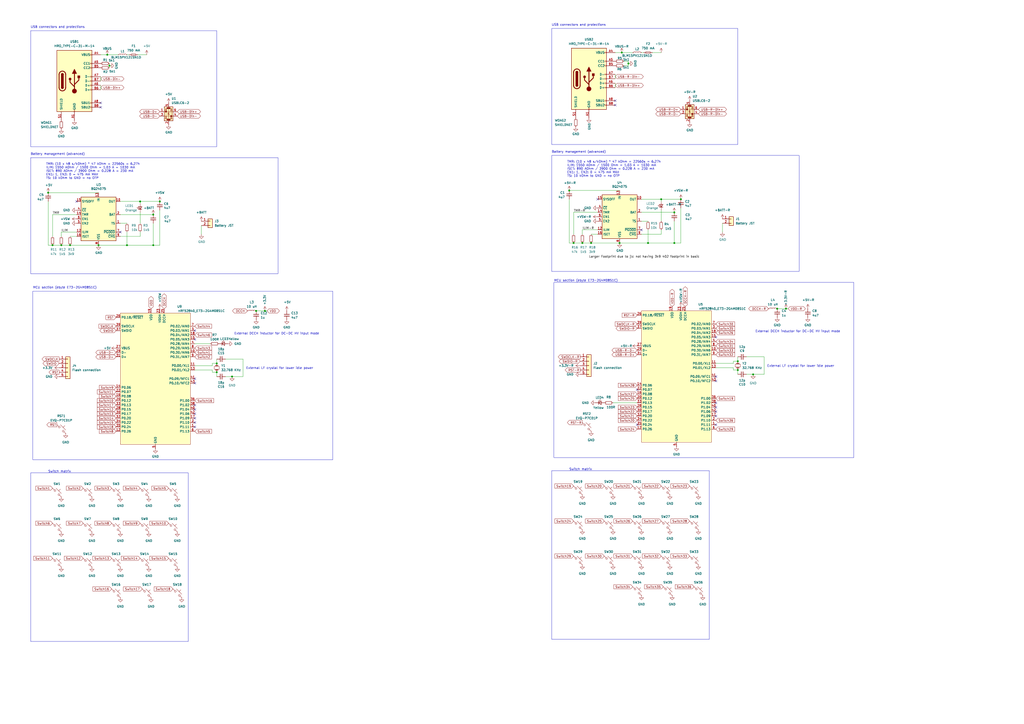
<source format=kicad_sch>
(kicad_sch (version 20231120) (generator "eeschema") (generator_version "8.0")
  (paper "A2")
  (junction (at 148.59 180.34))
  (junction (at 455.93 179.07))
  (junction (at 30.48 142.24) (diameter 0.9144))
  (junction (at 81.28 116.84))
  (junction (at 57.15 142.24) (diameter 0.9144))
  (junction (at 330.2 110.49))
  (junction (at 92.71 116.84))
  (junction (at 125.73 215.9))
  (junction (at 450.85 179.07))
  (junction (at 88.9 142.24))
  (junction (at 391.16 123.19) (diameter 0.9144))
  (junction (at 391.16 140.97))
  (junction (at 40.64 142.24) (diameter 0.9144))
  (junction (at 436.88 217.17))
  (junction (at 364.49 36.83))
  (junction (at 342.9 140.97) (diameter 0.9144))
  (junction (at 394.97 115.57))
  (junction (at 134.62 218.44))
  (junction (at 332.74 140.97) (diameter 0.9144))
  (junction (at 35.56 142.24) (diameter 0.9144))
  (junction (at 125.73 210.82))
  (junction (at 73.66 142.24) (diameter 0.9144))
  (junction (at 383.54 115.57))
  (junction (at 153.67 180.34))
  (junction (at 27.94 111.76))
  (junction (at 375.92 140.97) (diameter 0.9144))
  (junction (at 360.68 30.48))
  (junction (at 62.23 31.75))
  (junction (at 88.9 124.46) (diameter 0.9144))
  (junction (at 427.99 214.63))
  (junction (at 63.5 38.1))
  (junction (at 427.99 209.55))
  (junction (at 359.41 140.97) (diameter 0.9144))
  (junction (at 337.82 140.97) (diameter 0.9144))
  (no_connect (at 58.42 62.23))
  (no_connect (at 113.03 234.95))
  (no_connect (at 415.29 195.58))
  (no_connect (at 113.03 222.25))
  (no_connect (at 415.29 218.44))
  (no_connect (at 356.87 58.42))
  (no_connect (at 369.57 226.06))
  (no_connect (at 372.11 133.35))
  (no_connect (at 113.03 191.77))
  (no_connect (at 415.29 241.3))
  (no_connect (at 113.03 219.71))
  (no_connect (at 415.29 220.98))
  (no_connect (at 44.45 116.84))
  (no_connect (at 415.29 233.68))
  (no_connect (at 356.87 60.96))
  (no_connect (at 346.71 115.57))
  (no_connect (at 415.29 236.22))
  (no_connect (at 69.85 134.62))
  (no_connect (at 415.29 238.76))
  (no_connect (at 113.03 240.03))
  (no_connect (at 369.57 246.38))
  (no_connect (at 113.03 196.85))
  (no_connect (at 58.42 59.69))
  (no_connect (at 415.29 246.38))
  (no_connect (at 113.03 242.57))
  (no_connect (at 113.03 245.11))
  (no_connect (at 113.03 237.49))
  (no_connect (at 113.03 247.65))
  (wire (pts (xy 121.92 199.39) (xy 113.03 199.39)))
  (wire (pts (xy 342.9 140.97) (xy 359.41 140.97)))
  (wire (pts (xy 372.11 128.27) (xy 375.92 128.27)))
  (wire (pts (xy 419.1 129.54) (xy 419.1 134.62)))
  (wire (pts (xy 425.45 210.82) (xy 425.45 209.55)))
  (wire (pts (xy 359.41 140.97) (xy 375.92 140.97)))
  (wire (pts (xy 378.46 30.48) (xy 383.54 30.48)))
  (wire (pts (xy 57.15 142.24) (xy 73.66 142.24)))
  (wire (pts (xy 455.93 179.07) (xy 457.2 179.07)))
  (wire (pts (xy 337.82 140.97) (xy 342.9 140.97)))
  (wire (pts (xy 69.85 137.16) (xy 81.28 137.16)))
  (wire (pts (xy 337.82 133.35) (xy 337.82 135.89)))
  (wire (pts (xy 113.03 214.63) (xy 123.19 214.63)))
  (wire (pts (xy 69.85 116.84) (xy 81.28 116.84)))
  (wire (pts (xy 30.48 124.46) (xy 30.48 137.16)))
  (wire (pts (xy 73.66 31.75) (xy 74.93 31.75)))
  (wire (pts (xy 69.85 129.54) (xy 73.66 129.54)))
  (wire (pts (xy 330.2 110.49) (xy 359.41 110.49)))
  (wire (pts (xy 383.54 115.57) (xy 394.97 115.57)))
  (wire (pts (xy 123.19 212.09) (xy 123.19 210.82)))
  (wire (pts (xy 58.42 44.45) (xy 58.42 46.99)))
  (wire (pts (xy 30.48 142.24) (xy 35.56 142.24)))
  (wire (pts (xy 35.56 134.62) (xy 44.45 134.62)))
  (wire (pts (xy 58.42 49.53) (xy 58.42 52.07)))
  (wire (pts (xy 443.23 217.17) (xy 436.88 217.17)))
  (wire (pts (xy 153.67 180.34) (xy 154.94 180.34)))
  (wire (pts (xy 125.73 208.28) (xy 125.73 210.82)))
  (wire (pts (xy 63.5 36.83) (xy 63.5 38.1)))
  (wire (pts (xy 125.73 215.9) (xy 125.73 218.44)))
  (wire (pts (xy 375.92 133.35) (xy 375.92 140.97)))
  (wire (pts (xy 148.59 180.34) (xy 153.67 180.34)))
  (wire (pts (xy 123.19 214.63) (xy 123.19 215.9)))
  (wire (pts (xy 332.74 123.19) (xy 346.71 123.19)))
  (wire (pts (xy 383.54 133.35) (xy 383.54 135.89)))
  (wire (pts (xy 360.68 30.48) (xy 367.03 30.48)))
  (wire (pts (xy 394.97 120.65) (xy 394.97 140.97)))
  (wire (pts (xy 342.9 135.89) (xy 346.71 135.89)))
  (wire (pts (xy 62.23 31.75) (xy 68.58 31.75)))
  (wire (pts (xy 427.99 207.01) (xy 427.99 209.55)))
  (wire (pts (xy 356.87 43.18) (xy 356.87 45.72)))
  (wire (pts (xy 27.94 111.76) (xy 57.15 111.76)))
  (wire (pts (xy 88.9 129.54) (xy 88.9 142.24)))
  (wire (pts (xy 364.49 38.1) (xy 364.49 36.83)))
  (wire (pts (xy 40.64 137.16) (xy 44.45 137.16)))
  (wire (pts (xy 30.48 124.46) (xy 44.45 124.46)))
  (wire (pts (xy 332.74 123.19) (xy 332.74 135.89)))
  (wire (pts (xy 450.85 179.07) (xy 455.93 179.07)))
  (wire (pts (xy 394.97 140.97) (xy 391.16 140.97)))
  (wire (pts (xy 81.28 123.19) (xy 81.28 129.54)))
  (wire (pts (xy 372.11 115.57) (xy 383.54 115.57)))
  (wire (pts (xy 332.74 140.97) (xy 337.82 140.97)))
  (wire (pts (xy 330.2 140.97) (xy 332.74 140.97)))
  (wire (pts (xy 372.11 30.48) (xy 373.38 30.48)))
  (wire (pts (xy 433.07 207.01) (xy 443.23 207.01)))
  (wire (pts (xy 116.84 130.81) (xy 116.84 135.89)))
  (wire (pts (xy 69.85 124.46) (xy 88.9 124.46)))
  (wire (pts (xy 356.87 48.26) (xy 356.87 50.8)))
  (wire (pts (xy 80.01 31.75) (xy 85.09 31.75)))
  (wire (pts (xy 27.94 142.24) (xy 30.48 142.24)))
  (wire (pts (xy 375.92 140.97) (xy 391.16 140.97)))
  (wire (pts (xy 425.45 214.63) (xy 427.99 214.63)))
  (wire (pts (xy 123.19 210.82) (xy 125.73 210.82)))
  (wire (pts (xy 337.82 133.35) (xy 346.71 133.35)))
  (wire (pts (xy 130.81 218.44) (xy 134.62 218.44)))
  (wire (pts (xy 415.29 213.36) (xy 425.45 213.36)))
  (wire (pts (xy 58.42 31.75) (xy 62.23 31.75)))
  (wire (pts (xy 383.54 115.57) (xy 383.54 116.84)))
  (wire (pts (xy 425.45 213.36) (xy 425.45 214.63)))
  (wire (pts (xy 415.29 210.82) (xy 425.45 210.82)))
  (wire (pts (xy 81.28 134.62) (xy 81.28 137.16)))
  (wire (pts (xy 356.87 30.48) (xy 360.68 30.48)))
  (wire (pts (xy 130.81 208.28) (xy 140.97 208.28)))
  (wire (pts (xy 27.94 116.84) (xy 27.94 142.24)))
  (wire (pts (xy 73.66 134.62) (xy 73.66 142.24)))
  (wire (pts (xy 63.5 38.1) (xy 63.5 39.37)))
  (wire (pts (xy 92.71 142.24) (xy 88.9 142.24)))
  (wire (pts (xy 35.56 142.24) (xy 40.64 142.24)))
  (wire (pts (xy 425.45 209.55) (xy 427.99 209.55)))
  (wire (pts (xy 443.23 207.01) (xy 443.23 217.17)))
  (wire (pts (xy 355.6 233.68) (xy 369.57 233.68)))
  (wire (pts (xy 81.28 116.84) (xy 81.28 118.11)))
  (wire (pts (xy 427.99 214.63) (xy 427.99 217.17)))
  (wire (pts (xy 73.66 142.24) (xy 88.9 142.24)))
  (wire (pts (xy 361.95 35.56) (xy 364.49 35.56)))
  (wire (pts (xy 113.03 212.09) (xy 123.19 212.09)))
  (wire (pts (xy 140.97 218.44) (xy 134.62 218.44)))
  (wire (pts (xy 40.64 142.24) (xy 57.15 142.24)))
  (wire (pts (xy 361.95 38.1) (xy 364.49 38.1)))
  (wire (pts (xy 92.71 121.92) (xy 92.71 142.24)))
  (wire (pts (xy 372.11 135.89) (xy 383.54 135.89)))
  (wire (pts (xy 383.54 121.92) (xy 383.54 128.27)))
  (wire (pts (xy 35.56 134.62) (xy 35.56 137.16)))
  (wire (pts (xy 433.07 217.17) (xy 436.88 217.17)))
  (wire (pts (xy 330.2 115.57) (xy 330.2 140.97)))
  (wire (pts (xy 364.49 35.56) (xy 364.49 36.83)))
  (wire (pts (xy 123.19 215.9) (xy 125.73 215.9)))
  (wire (pts (xy 372.11 123.19) (xy 391.16 123.19)))
  (wire (pts (xy 391.16 128.27) (xy 391.16 140.97)))
  (wire (pts (xy 140.97 208.28) (xy 140.97 218.44)))
  (wire (pts (xy 81.28 116.84) (xy 92.71 116.84)))
  (rectangle (start 17.78 91.44) (end 161.29 158.75))
  (rectangle (start 17.78 17.78) (end 125.73 85.09))
  (rectangle (start 17.78 274.32) (end 109.22 372.11))
  (rectangle (start 321.31 163.83) (end 495.3 265.43))
  (rectangle (start 19.05 168.91) (end 193.04 266.7))
  (rectangle (start 320.04 16.51) (end 427.99 83.82))
  (rectangle (start 320.04 90.17) (end 463.55 157.48))
  (rectangle (start 320.04 273.05) (end 411.48 370.84))
  (text "TMR: (10 x 48 s/kOhm) * 47 kOhm = 22560s = 6.27h\nILIM: 1550 AOhm / 1500 Ohm = 1.03 A = 1030 mA\nISET: 890 AOhm / 3900 Ohm = 0.228 A = 230 mA\nEN1: 1, EN2: 0 = 475 mA MAX\nTS: 10 kOhm to GND = no OTP" (at 26.67 104.14 0) (effects (font (size 1.27 1.27)) (justify left bottom)))
  (text "Switch matrix" (at 27.94 274.32 0) (effects (font (size 1.27 1.27)) (justify left bottom)))
  (text "USB connectors and protections" (at 17.78 16.51 0) (effects (font (size 1.27 1.27)) (justify left bottom)))
  (text "External LF crystal for lower idle power" (at 142.748 214.376 0) (effects (font (size 1.27 1.27)) (justify left bottom)))
  (text "Switch matrix" (at 330.2 273.05 0) (effects (font (size 1.27 1.27)) (justify left bottom)))
  (text "Battery management (advanced)" (at 320.04 88.9 0) (effects (font (size 1.27 1.27)) (justify left bottom)))
  (text "TMR: (10 x 48 s/kOhm) * 47 kOhm = 22560s = 6.27h\nILIM: 1550 AOhm / 1500 Ohm = 1.03 A = 1030 mA\nISET: 890 AOhm / 3900 Ohm = 0.228 A = 230 mA\nEN1: 1, EN2: 0 = 475 mA MAX\nTS: 10 kOhm to GND = no OTP" (at 328.93 102.87 0) (effects (font (size 1.27 1.27)) (justify left bottom)))
  (text "Battery management (advanced)" (at 17.78 90.17 0) (effects (font (size 1.27 1.27)) (justify left bottom)))
  (text "External DCCH inductor for DC-DC HV input mode" (at 135.89 194.31 0) (effects (font (size 1.27 1.27)) (justify left bottom)))
  (text "USB connectors and protections" (at 320.04 15.24 0) (effects (font (size 1.27 1.27)) (justify left bottom)))
  (text "External LF crystal for lower idle power" (at 445.008 213.106 0) (effects (font (size 1.27 1.27)) (justify left bottom)))
  (text "MCU section (ebyte E73-2G4M08S1C)" (at 321.31 163.576 0) (effects (font (size 1.27 1.27)) (justify left bottom)))
  (text "MCU section (ebyte E73-2G4M08S1C)" (at 19.05 167.64 0) (effects (font (size 1.27 1.27)) (justify left bottom)))
  (text "External DCCH inductor for DC-DC HV input mode" (at 438.15 193.04 0) (effects (font (size 1.27 1.27)) (justify left bottom)))
  (label "Larger Footprint due to jlc not having 3k9 402 footprint in basic" (at 341.63 149.86 0))
  (label "ILIM-R" (at 337.82 133.35 0))
  (label "TMR" (at 30.48 124.46 0))
  (label "ILIM" (at 35.56 134.62 0))
  (label "TMR-R" (at 332.74 123.19 0))
  (global_label "Switch27" (shape input) (at 383.54 302.26 180) (property "Intersheetrefs" "${INTERSHEET_REFS}" (effects (hide yes))))
  (global_label "USB-Din-" (shape bidirectional) (at 58.42 45.72 0) (property "Intersheetrefs" "${INTERSHEET_REFS}" (effects (hide yes))))
  (global_label "RST" (shape output) (at 33.02 246.38 180) (property "Intersheetrefs" "${INTERSHEET_REFS}" (effects (hide yes))))
  (global_label "Switch6" (shape input) (at 30.48 303.53 180) (property "Intersheetrefs" "${INTERSHEET_REFS}" (effects (hide yes))))
  (global_label "Switch25" (shape input) (at 369.57 231.14 180) (property "Intersheetrefs" "${INTERSHEET_REFS}" (effects (hide yes))))
  (global_label "Switch24" (shape input) (at 369.57 248.92 180) (property "Intersheetrefs" "${INTERSHEET_REFS}" (effects (hide yes))))
  (global_label "Switch11" (shape input) (at 67.31 227.33 180) (property "Intersheetrefs" "${INTERSHEET_REFS}" (effects (hide yes))))
  (global_label "DCCH-R" (shape bidirectional) (at 397.51 177.8 90) (property "Intersheetrefs" "${INTERSHEET_REFS}" (effects (hide yes))))
  (global_label "VDD-R" (shape bidirectional) (at 389.89 177.8 90) (property "Intersheetrefs" "${INTERSHEET_REFS}" (effects (hide yes))))
  (global_label "Switch5" (shape input) (at 97.79 283.21 180) (property "Intersheetrefs" "${INTERSHEET_REFS}" (effects (hide yes))))
  (global_label "Switch36" (shape input) (at 415.29 243.84 0) (property "Intersheetrefs" "${INTERSHEET_REFS}" (effects (hide yes))))
  (global_label "SWDIO-R" (shape bidirectional) (at 336.55 209.55 180) (property "Intersheetrefs" "${INTERSHEET_REFS}" (effects (hide yes))))
  (global_label "Switch17" (shape input) (at 82.55 341.63 180) (property "Intersheetrefs" "${INTERSHEET_REFS}" (effects (hide yes))))
  (global_label "Switch17" (shape input) (at 67.31 234.95 180) (property "Intersheetrefs" "${INTERSHEET_REFS}" (effects (hide yes))))
  (global_label "Switch14" (shape input) (at 81.28 323.85 180) (property "Intersheetrefs" "${INTERSHEET_REFS}" (effects (hide yes))))
  (global_label "Switch33" (shape input) (at 415.29 203.2 0) (property "Intersheetrefs" "${INTERSHEET_REFS}" (effects (hide yes))))
  (global_label "Switch31" (shape input) (at 367.03 322.58 180) (property "Intersheetrefs" "${INTERSHEET_REFS}" (effects (hide yes))))
  (global_label "USB-R-D-" (shape bidirectional) (at 394.97 66.04 180) (property "Intersheetrefs" "${INTERSHEET_REFS}" (effects (hide yes))))
  (global_label "Switch8" (shape input) (at 67.31 250.19 180) (property "Intersheetrefs" "${INTERSHEET_REFS}" (effects (hide yes))))
  (global_label "Switch28" (shape input) (at 400.05 302.26 180) (property "Intersheetrefs" "${INTERSHEET_REFS}" (effects (hide yes))))
  (global_label "Switch7" (shape input) (at 48.26 303.53 180) (property "Intersheetrefs" "${INTERSHEET_REFS}" (effects (hide yes))))
  (global_label "SWDCLK-R" (shape output) (at 336.55 207.01 180) (property "Intersheetrefs" "${INTERSHEET_REFS}" (effects (hide yes))))
  (global_label "Switch31" (shape input) (at 415.29 200.66 0) (property "Intersheetrefs" "${INTERSHEET_REFS}" (effects (hide yes))))
  (global_label "Switch26" (shape input) (at 367.03 302.26 180) (property "Intersheetrefs" "${INTERSHEET_REFS}" (effects (hide yes))))
  (global_label "SWDIO-R" (shape bidirectional) (at 369.57 190.5 180) (property "Intersheetrefs" "${INTERSHEET_REFS}" (effects (hide yes))))
  (global_label "SWDCLK-R" (shape input) (at 369.57 187.96 180) (property "Intersheetrefs" "${INTERSHEET_REFS}" (effects (hide yes))))
  (global_label "SWDCLK" (shape output) (at 34.29 208.28 180) (property "Intersheetrefs" "${INTERSHEET_REFS}" (effects (hide yes))))
  (global_label "Switch13" (shape input) (at 64.77 323.85 180) (property "Intersheetrefs" "${INTERSHEET_REFS}" (effects (hide yes))))
  (global_label "Switch4" (shape input) (at 81.28 283.21 180) (property "Intersheetrefs" "${INTERSHEET_REFS}" (effects (hide yes))))
  (global_label "USB-Din-" (shape bidirectional) (at 102.87 67.31 0) (property "Intersheetrefs" "${INTERSHEET_REFS}" (effects (hide yes))))
  (global_label "Switch35" (shape input) (at 415.29 190.5 0) (property "Intersheetrefs" "${INTERSHEET_REFS}" (effects (hide yes))))
  (global_label "Switch7" (shape input) (at 67.31 229.87 180) (property "Intersheetrefs" "${INTERSHEET_REFS}" (effects (hide yes))))
  (global_label "Switch21" (shape input) (at 367.03 281.94 180) (property "Intersheetrefs" "${INTERSHEET_REFS}" (effects (hide yes))))
  (global_label "Switch5" (shape input) (at 113.03 250.19 0) (property "Intersheetrefs" "${INTERSHEET_REFS}" (effects (hide yes))))
  (global_label "Switch6" (shape input) (at 113.03 194.31 0) (property "Intersheetrefs" "${INTERSHEET_REFS}" (effects (hide yes))))
  (global_label "Switch19" (shape input) (at 332.74 281.94 180) (property "Intersheetrefs" "${INTERSHEET_REFS}" (effects (hide yes))))
  (global_label "Switch14" (shape input) (at 67.31 242.57 180) (property "Intersheetrefs" "${INTERSHEET_REFS}" (effects (hide yes))))
  (global_label "USB-R-Din-" (shape bidirectional) (at 356.87 44.45 0) (property "Intersheetrefs" "${INTERSHEET_REFS}" (effects (hide yes))))
  (global_label "Switch30" (shape input) (at 350.52 322.58 180) (property "Intersheetrefs" "${INTERSHEET_REFS}" (effects (hide yes))))
  (global_label "Switch13" (shape input) (at 67.31 240.03 180) (property "Intersheetrefs" "${INTERSHEET_REFS}" (effects (hide yes))))
  (global_label "Switch20" (shape input) (at 350.52 281.94 180) (property "Intersheetrefs" "${INTERSHEET_REFS}" (effects (hide yes))))
  (global_label "USB-D-" (shape bidirectional) (at 67.31 204.47 180) (property "Intersheetrefs" "${INTERSHEET_REFS}" (effects (hide yes))))
  (global_label "Switch2" (shape input) (at 48.26 283.21 180) (property "Intersheetrefs" "${INTERSHEET_REFS}" (effects (hide yes))))
  (global_label "Switch2" (shape input) (at 113.03 207.01 0) (property "Intersheetrefs" "${INTERSHEET_REFS}" (effects (hide yes))))
  (global_label "Switch10" (shape input) (at 97.79 303.53 180) (property "Intersheetrefs" "${INTERSHEET_REFS}" (effects (hide yes))))
  (global_label "USB-Din+" (shape bidirectional) (at 102.87 64.77 0) (property "Intersheetrefs" "${INTERSHEET_REFS}" (effects (hide yes))))
  (global_label "Switch32" (shape input) (at 383.54 322.58 180) (property "Intersheetrefs" "${INTERSHEET_REFS}" (effects (hide yes))))
  (global_label "Switch12" (shape input) (at 67.31 237.49 180) (property "Intersheetrefs" "${INTERSHEET_REFS}" (effects (hide yes))))
  (global_label "Switch32" (shape input) (at 415.29 205.74 0) (property "Intersheetrefs" "${INTERSHEET_REFS}" (effects (hide yes))))
  (global_label "Switch9" (shape input) (at 67.31 224.79 180) (property "Intersheetrefs" "${INTERSHEET_REFS}" (effects (hide yes))))
  (global_label "Switch21" (shape input) (at 369.57 241.3 180) (property "Intersheetrefs" "${INTERSHEET_REFS}" (effects (hide yes))))
  (global_label "RST-R" (shape input) (at 369.57 182.88 180) (property "Intersheetrefs" "${INTERSHEET_REFS}" (effects (hide yes))))
  (global_label "Switch26" (shape input) (at 415.29 193.04 0) (property "Intersheetrefs" "${INTERSHEET_REFS}" (effects (hide yes))))
  (global_label "Switch4" (shape input) (at 113.03 189.23 0) (property "Intersheetrefs" "${INTERSHEET_REFS}" (effects (hide yes))))
  (global_label "VDD" (shape bidirectional) (at 154.94 180.34 0) (property "Intersheetrefs" "${INTERSHEET_REFS}" (effects (hide yes))))
  (global_label "Switch12" (shape input) (at 48.26 323.85 180) (property "Intersheetrefs" "${INTERSHEET_REFS}" (effects (hide yes))))
  (global_label "USB-R-D+" (shape bidirectional) (at 394.97 63.5 180) (property "Intersheetrefs" "${INTERSHEET_REFS}" (effects (hide yes))))
  (global_label "Switch29" (shape input) (at 332.74 322.58 180) (property "Intersheetrefs" "${INTERSHEET_REFS}" (effects (hide yes))))
  (global_label "VDD" (shape bidirectional) (at 87.63 179.07 90) (property "Intersheetrefs" "${INTERSHEET_REFS}" (effects (hide yes))))
  (global_label "USB-R-Din+" (shape bidirectional) (at 405.13 63.5 0) (property "Intersheetrefs" "${INTERSHEET_REFS}" (effects (hide yes))))
  (global_label "Switch33" (shape input) (at 400.05 322.58 180) (property "Intersheetrefs" "${INTERSHEET_REFS}" (effects (hide yes))))
  (global_label "Switch9" (shape input) (at 81.28 303.53 180) (property "Intersheetrefs" "${INTERSHEET_REFS}" (effects (hide yes))))
  (global_label "DCCH-R" (shape bidirectional) (at 445.77 179.07 180) (property "Intersheetrefs" "${INTERSHEET_REFS}" (effects (hide yes))))
  (global_label "Switch1" (shape input) (at 113.03 204.47 0) (property "Intersheetrefs" "${INTERSHEET_REFS}" (effects (hide yes))))
  (global_label "Switch23" (shape input) (at 369.57 236.22 180) (property "Intersheetrefs" "${INTERSHEET_REFS}" (effects (hide yes))))
  (global_label "Switch15" (shape input) (at 67.31 245.11 180) (property "Intersheetrefs" "${INTERSHEET_REFS}" (effects (hide yes))))
  (global_label "USB-D-" (shape bidirectional) (at 92.71 67.31 180) (property "Intersheetrefs" "${INTERSHEET_REFS}" (effects (hide yes))))
  (global_label "Switch1" (shape input) (at 30.48 283.21 180) (property "Intersheetrefs" "${INTERSHEET_REFS}" (effects (hide yes))))
  (global_label "Switch29" (shape input) (at 415.29 248.92 0) (property "Intersheetrefs" "${INTERSHEET_REFS}" (effects (hide yes))))
  (global_label "Switch3" (shape input) (at 113.03 201.93 0) (property "Intersheetrefs" "${INTERSHEET_REFS}" (effects (hide yes))))
  (global_label "Switch34" (shape input) (at 367.03 340.36 180) (property "Intersheetrefs" "${INTERSHEET_REFS}" (effects (hide yes))))
  (global_label "Switch23" (shape input) (at 400.05 281.94 180) (property "Intersheetrefs" "${INTERSHEET_REFS}" (effects (hide yes))))
  (global_label "Switch19" (shape input) (at 415.29 231.14 0) (property "Intersheetrefs" "${INTERSHEET_REFS}" (effects (hide yes))))
  (global_label "Switch16" (shape input) (at 113.03 232.41 0) (property "Intersheetrefs" "${INTERSHEET_REFS}" (effects (hide yes))))
  (global_label "Switch8" (shape input) (at 64.77 303.53 180) (property "Intersheetrefs" "${INTERSHEET_REFS}" (effects (hide yes))))
  (global_label "VDD-R" (shape bidirectional) (at 457.2 179.07 0) (property "Intersheetrefs" "${INTERSHEET_REFS}" (effects (hide yes))))
  (global_label "Switch10" (shape input) (at 67.31 232.41 180) (property "Intersheetrefs" "${INTERSHEET_REFS}" (effects (hide yes))))
  (global_label "Switch3" (shape input) (at 64.77 283.21 180) (property "Intersheetrefs" "${INTERSHEET_REFS}" (effects (hide yes))))
  (global_label "Switch25" (shape input) (at 350.52 302.26 180) (property "Intersheetrefs" "${INTERSHEET_REFS}" (effects (hide yes))))
  (global_label "Switch28" (shape input) (at 369.57 223.52 180) (property "Intersheetrefs" "${INTERSHEET_REFS}" (effects (hide yes))))
  (global_label "USB-R-D+" (shape bidirectional) (at 369.57 205.74 180) (property "Intersheetrefs" "${INTERSHEET_REFS}" (effects (hide yes))))
  (global_label "Switch34" (shape input) (at 415.29 198.12 0) (property "Intersheetrefs" "${INTERSHEET_REFS}" (effects (hide yes))))
  (global_label "Switch16" (shape input) (at 64.77 341.63 180) (property "Intersheetrefs" "${INTERSHEET_REFS}" (effects (hide yes))))
  (global_label "SWDCLK" (shape input) (at 67.31 189.23 180) (property "Intersheetrefs" "${INTERSHEET_REFS}" (effects (hide yes))))
  (global_label "Switch22" (shape input) (at 383.54 281.94 180) (property "Intersheetrefs" "${INTERSHEET_REFS}" (effects (hide yes))))
  (global_label "Switch30" (shape input) (at 415.29 187.96 0) (property "Intersheetrefs" "${INTERSHEET_REFS}" (effects (hide yes))))
  (global_label "Switch15" (shape input) (at 97.79 323.85 180) (property "Intersheetrefs" "${INTERSHEET_REFS}" (effects (hide yes))))
  (global_label "RST" (shape input) (at 67.31 184.15 180) (property "Intersheetrefs" "${INTERSHEET_REFS}" (effects (hide yes))))
  (global_label "DCCH" (shape bidirectional) (at 143.51 180.34 180) (property "Intersheetrefs" "${INTERSHEET_REFS}" (effects (hide yes))))
  (global_label "Switch22" (shape input) (at 369.57 238.76 180) (property "Intersheetrefs" "${INTERSHEET_REFS}" (effects (hide yes))))
  (global_label "Switch18" (shape input) (at 100.33 341.63 180) (property "Intersheetrefs" "${INTERSHEET_REFS}" (effects (hide yes))))
  (global_label "USB-Din+" (shape bidirectional) (at 58.42 50.8 0) (property "Intersheetrefs" "${INTERSHEET_REFS}" (effects (hide yes))))
  (global_label "Switch36" (shape input) (at 402.59 340.36 180) (property "Intersheetrefs" "${INTERSHEET_REFS}" (effects (hide yes))))
  (global_label "Switch35" (shape input) (at 384.81 340.36 180) (property "Intersheetrefs" "${INTERSHEET_REFS}" (effects (hide yes))))
  (global_label "Switch20" (shape input) (at 369.57 243.84 180) (property "Intersheetrefs" "${INTERSHEET_REFS}" (effects (hide yes))))
  (global_label "SWDIO" (shape bidirectional) (at 67.31 191.77 180) (property "Intersheetrefs" "${INTERSHEET_REFS}" (effects (hide yes))))
  (global_label "USB-D+" (shape bidirectional) (at 92.71 64.77 180) (property "Intersheetrefs" "${INTERSHEET_REFS}" (effects (hide yes))))
  (global_label "USB-R-Din-" (shape bidirectional) (at 405.13 66.04 0) (property "Intersheetrefs" "${INTERSHEET_REFS}" (effects (hide yes))))
  (global_label "SWDIO" (shape bidirectional) (at 34.29 210.82 180) (property "Intersheetrefs" "${INTERSHEET_REFS}" (effects (hide yes))))
  (global_label "RST" (shape output) (at 34.29 215.9 180) (property "Intersheetrefs" "${INTERSHEET_REFS}" (effects (hide yes))))
  (global_label "RST-R" (shape output) (at 337.82 245.11 180) (property "Intersheetrefs" "${INTERSHEET_REFS}" (effects (hide yes))))
  (global_label "USB-D+" (shape bidirectional) (at 67.31 207.01 180) (property "Intersheetrefs" "${INTERSHEET_REFS}" (effects (hide yes))))
  (global_label "Switch24" (shape input) (at 332.74 302.26 180) (property "Intersheetrefs" "${INTERSHEET_REFS}" (effects (hide yes))))
  (global_label "USB-R-Din+" (shape bidirectional) (at 356.87 49.53 0) (property "Intersheetrefs" "${INTERSHEET_REFS}" (effects (hide yes))))
  (global_label "RST-R" (shape output) (at 336.55 214.63 180) (property "Intersheetrefs" "${INTERSHEET_REFS}" (effects (hide yes))))
  (global_label "DCCH" (shape bidirectional) (at 95.25 179.07 90) (property "Intersheetrefs" "${INTERSHEET_REFS}" (effects (hide yes))))
  (global_label "Switch18" (shape input) (at 67.31 247.65 180) (property "Intersheetrefs" "${INTERSHEET_REFS}" (effects (hide yes))))
  (global_label "USB-R-D-" (shape bidirectional) (at 369.57 203.2 180) (property "Intersheetrefs" "${INTERSHEET_REFS}" (effects (hide yes))))
  (global_label "Switch11" (shape input) (at 30.48 323.85 180) (property "Intersheetrefs" "${INTERSHEET_REFS}" (effects (hide yes))))
  (global_label "Switch27" (shape input) (at 369.57 228.6 180) (property "Intersheetrefs" "${INTERSHEET_REFS}" (effects (hide yes))))
  (symbol (lib_id "Switch:SW_Push_45deg") (at 33.02 306.07 0) (unit 1) (in_bom no)
    (property "Reference" "SW6" (at 33.02 300.99 0))
    (property "Value" "SW_Push" (effects (hide yes)))
    (property "Footprint" "Library:SW_choc_v1_HS_No_LED" (effects (hide yes)))
  )
  (symbol (lib_id "power:GND") (at 468.63 184.15 0) (unit 1)
    (property "Reference" "#PWR078" (effects (hide yes)))
    (property "Value" "GND" (at 468.63 188.595 0))
    (property "Description" "Power symbol creates a global label with name \"GND\" , ground" (effects (hide yes)))
  )
  (symbol (lib_id "Switch:SW_Push_45deg") (at 387.35 342.9 0) (unit 1) (in_bom no)
    (property "Reference" "SW35" (at 387.35 337.82 0))
    (property "Value" "SW_Push" (effects (hide yes)))
    (property "Footprint" "Library:SW_choc_v1_HS_No_LED" (effects (hide yes)))
  )
  (symbol (lib_id "Switch:SW_Push_45deg") (at 369.57 284.48 0) (unit 1) (in_bom no)
    (property "Reference" "SW21" (at 369.57 279.4 0))
    (property "Value" "SW_Push" (effects (hide yes)))
    (property "Footprint" "Library:SW_choc_v1_HS_No_LED" (effects (hide yes)))
  )
  (symbol (lib_id "power:GND") (at 450.85 184.15 0) (unit 1)
    (property "Reference" "#PWR077" (effects (hide yes)))
    (property "Value" "GND" (at 450.85 188.595 0))
    (property "Description" "Power symbol creates a global label with name \"GND\" , ground" (effects (hide yes)))
  )
  (symbol (lib_id "power:GND") (at 389.89 345.44 0) (unit 1)
    (property "Reference" "#PWR0101" (effects (hide yes)))
    (property "Value" "GND" (at 389.89 350.52 0))
    (property "Description" "Power symbol creates a global label with name \"GND\" , ground" (effects (hide yes)))
  )
  (symbol (lib_id "Device:R_Small") (at 124.46 199.39 90) (unit 1)
    (property "Reference" "R7" (at 124.46 194.31 90))
    (property "Value" "100R" (at 124.46 196.85 90))
    (property "Footprint" "Resistor_SMD:R_0402_1005Metric" (effects (hide yes)))
    (property "Description" "Resistor, small symbol" (effects (hide yes)))
  )
  (symbol (lib_id "power:GND") (at 44.45 121.92 270) (unit 1)
    (property "Reference" "#PWR023" (effects (hide yes)))
    (property "Value" "GND" (at 40.64 121.9199 90) (effects (justify right)))
    (property "Description" "Power symbol creates a global label with name \"GND\" , ground" (effects (hide yes)))
  )
  (symbol (lib_id "PCM_marbastlib-various:nRF52840_E73-2G4M08S1C") (at 90.17 219.71 0) (unit 1)
    (property "Reference" "U9" (at 104.14 177.8 0))
    (property "Value" "nRF52840_E73-2G4M08S1C" (at 116.84 180.34 0))
    (property "Footprint" "PCM_marbastlib-various:nRF52840_E73-2G4M08S1C" (effects (hide yes)))
    (property "Datasheet" "https://www.ebyte.com/en/downpdf.aspx?id=445" (effects (hide yes)))
    (property "Description" "nRF52840 BT LE module" (effects (hide yes)))
    (property "LCSC" "C356849" (effects (hide yes)))
  )
  (symbol (lib_id "Device:LED_Small") (at 347.98 233.68 0) (unit 1)
    (property "Reference" "LED4" (at 350.266 230.632 0) (effects (justify right)))
    (property "Value" "Yellow" (at 350.266 236.474 0) (effects (justify right)))
    (property "Footprint" "LED_SMD:LED_0805_2012Metric" (effects (hide yes)))
    (property "Description" "Light emitting diode, small symbol" (effects (hide yes)))
  )
  (symbol (lib_id "Connector_Generic:Conn_01x05") (at 39.37 213.36 0) (unit 1)
    (property "Reference" "J4" (at 41.91 212.0899 0) (effects (justify left)))
    (property "Value" "Flash connection" (at 41.91 214.6299 0) (effects (justify left)))
    (property "Footprint" "Connector_PinHeader_2.54mm:PinHeader_1x05_P2.54mm_Vertical" (effects (hide yes)))
    (property "Description" "Generic connector, single row, 01x05, script generated (kicad-library-utils/schlib/autogen/connector/)" (effects (hide yes)))
  )
  (symbol (lib_id "Switch:SW_Push_45deg") (at 50.8 285.75 0) (unit 1) (in_bom no)
    (property "Reference" "SW2" (at 50.8 280.67 0))
    (property "Value" "SW_Push" (effects (hide yes)))
    (property "Footprint" "Library:SW_choc_v1_HS_No_LED" (effects (hide yes)))
  )
  (symbol (lib_id "Device:R_Small") (at 35.56 139.7 0) (unit 1)
    (property "Reference" "R12" (at 34.29 144.78 0) (effects (justify left)))
    (property "Value" "1k5" (at 34.29 147.32 0) (effects (justify left)))
    (property "Footprint" "Resistor_SMD:R_0402_1005Metric" (effects (hide yes)))
    (property "Description" "Resistor, small symbol" (effects (hide yes)))
  )
  (symbol (lib_id "power:GND") (at 355.6 327.66 0) (unit 1)
    (property "Reference" "#PWR096" (effects (hide yes)))
    (property "Value" "GND" (at 355.6 332.74 0))
    (property "Description" "Power symbol creates a global label with name \"GND\" , ground" (effects (hide yes)))
  )
  (symbol (lib_id "power:GND") (at 35.56 308.61 0) (unit 1)
    (property "Reference" "#PWR044" (effects (hide yes)))
    (property "Value" "GND" (at 35.56 313.69 0))
    (property "Description" "Power symbol creates a global label with name \"GND\" , ground" (effects (hide yes)))
  )
  (symbol (lib_id "Switch:SW_Push_45deg") (at 340.36 247.65 0) (unit 1)
    (property "Reference" "RST2" (at 340.36 240.03 0))
    (property "Value" "EVQ-P7C01P" (at 340.36 242.57 0))
    (property "Footprint" "Library:EVQ-P7C" (effects (hide yes)))
    (property "Description" "Push button switch, normally open, two pins, 45° tilted" (effects (hide yes)))
  )
  (symbol (lib_id "power:+5V") (at 67.31 201.93 90) (unit 1)
    (property "Reference" "#PWR053" (effects (hide yes)))
    (property "Value" "+5V" (at 62.23 201.93 90))
    (property "Description" "Power symbol creates a global label with name \"+5V\"" (effects (hide yes)))
  )
  (symbol (lib_id "power:GND") (at 341.63 68.58 0) (unit 1)
    (property "Reference" "#PWR056" (effects (hide yes)))
    (property "Value" "GND" (at 341.884 75.438 90) (effects (justify left)))
    (property "Description" "Power symbol creates a global label with name \"GND\" , ground" (effects (hide yes)))
  )
  (symbol (lib_id "power:+5V") (at 27.94 111.76 0) (unit 1)
    (property "Reference" "#PWR017" (effects (hide yes)))
    (property "Value" "+5V" (at 28.321 107.3658 0))
    (property "Description" "Power symbol creates a global label with name \"+5V\"" (effects (hide yes)))
  )
  (symbol (lib_id "power:GND") (at 372.11 327.66 0) (unit 1)
    (property "Reference" "#PWR097" (effects (hide yes)))
    (property "Value" "GND" (at 372.11 332.74 0))
    (property "Description" "Power symbol creates a global label with name \"GND\" , ground" (effects (hide yes)))
  )
  (symbol (lib_id "Device:R_Small") (at 60.96 36.83 90) (mirror x) (unit 1)
    (property "Reference" "R1" (at 59.69 34.798 90) (effects (justify right)))
    (property "Value" "5k1" (at 62.992 35.052 90) (effects (justify right)))
    (property "Footprint" "Resistor_SMD:R_0402_1005Metric" (effects (hide yes)))
    (property "Description" "Resistor, small symbol" (effects (hide yes)))
  )
  (symbol (lib_id "Connector_Generic:Conn_01x02") (at 121.92 128.27 0) (unit 1)
    (property "Reference" "J3" (at 124.46 128.2699 0) (effects (justify left)))
    (property "Value" "Battery JST" (at 124.46 130.8099 0) (effects (justify left)))
    (property "Footprint" "Connector_JST:JST_PH_S2B-PH-K_1x02_P2.00mm_Horizontal" (effects (hide yes)))
    (property "Description" "Generic connector, single row, 01x02, script generated (kicad-library-utils/schlib/autogen/connector/)" (effects (hide yes)))
  )
  (symbol (lib_id "power:GND") (at 405.13 287.02 0) (unit 1)
    (property "Reference" "#PWR089" (effects (hide yes)))
    (property "Value" "GND" (at 405.13 292.1 0))
    (property "Description" "Power symbol creates a global label with name \"GND\" , ground" (effects (hide yes)))
  )
  (symbol (lib_id "Switch:SW_Push_45deg") (at 369.57 325.12 0) (unit 1) (in_bom no)
    (property "Reference" "SW31" (at 369.57 320.04 0))
    (property "Value" "SW_Push" (effects (hide yes)))
    (property "Footprint" "Library:SW_choc_v1_HS_No_LED" (effects (hide yes)))
  )
  (symbol (lib_id "power:GND") (at 345.44 233.68 270) (unit 1)
    (property "Reference" "#PWR049" (effects (hide yes)))
    (property "Value" "GND" (at 341.63 233.6799 90) (effects (justify right)))
    (property "Description" "Power symbol creates a global label with name \"GND\" , ground" (effects (hide yes)))
  )
  (symbol (lib_id "Device:C_Small") (at 128.27 208.28 90) (unit 1)
    (property "Reference" "C15" (at 128.27 204.8002 90))
    (property "Value" "18p" (at 128.27 202.4888 90))
    (property "Footprint" "Capacitor_SMD:C_0402_1005Metric" (effects (hide yes)))
    (property "Description" "Unpolarized capacitor, small symbol" (effects (hide yes)))
    (property "Notes" "NP0, 2%" (effects (hide yes)))
  )
  (symbol (lib_id "power:GND") (at 53.34 328.93 0) (unit 1)
    (property "Reference" "#PWR040" (effects (hide yes)))
    (property "Value" "GND" (at 53.34 334.01 0))
    (property "Description" "Power symbol creates a global label with name \"GND\" , ground" (effects (hide yes)))
  )
  (symbol (lib_id "power:GND") (at 388.62 287.02 0) (unit 1)
    (property "Reference" "#PWR088" (effects (hide yes)))
    (property "Value" "GND" (at 388.62 292.1 0))
    (property "Description" "Power symbol creates a global label with name \"GND\" , ground" (effects (hide yes)))
  )
  (symbol (lib_id "Switch:SW_Push_45deg") (at 85.09 344.17 0) (unit 1) (in_bom no)
    (property "Reference" "SW17" (at 85.09 339.09 0))
    (property "Value" "SW_Push" (effects (hide yes)))
    (property "Footprint" "Library:SW_choc_v1_HS_No_LED" (effects (hide yes)))
  )
  (symbol (lib_id "Switch:SW_Push_45deg") (at 335.28 304.8 0) (unit 1) (in_bom no)
    (property "Reference" "SW24" (at 335.28 299.72 0))
    (property "Value" "SW_Push" (effects (hide yes)))
    (property "Footprint" "Library:SW_choc_v1_HS_No_LED" (effects (hide yes)))
  )
  (symbol (lib_id "power:+5V") (at 468.63 179.07 0) (unit 1)
    (property "Reference" "#PWR076" (effects (hide yes)))
    (property "Value" "+5V-R" (at 468.884 173.99 0))
    (property "Description" "Power symbol creates a global label with name \"+5V\"" (effects (hide yes)))
  )
  (symbol (lib_id "Device:C_Small") (at 148.59 182.88 0) (unit 1)
    (property "Reference" "C12" (at 151.13 181.6163 0) (effects (justify left)))
    (property "Value" "1u" (at 151.13 184.1563 0) (effects (justify left)))
    (property "Footprint" "Capacitor_SMD:C_0402_1005Metric" (effects (hide yes)))
    (property "Description" "Unpolarized capacitor, small symbol" (effects (hide yes)))
    (property "Notes" "X7R, 10%" (effects (hide yes)))
  )
  (symbol (lib_id "power:GND") (at 359.41 140.97 0) (unit 1)
    (property "Reference" "#PWR073" (effects (hide yes)))
    (property "Value" "GND" (at 359.537 145.3642 0))
    (property "Description" "Power symbol creates a global label with name \"GND\" , ground" (effects (hide yes)))
  )
  (symbol (lib_id "power:+5V") (at 85.09 31.75 0) (unit 1)
    (property "Reference" "#PWR01" (effects (hide yes)))
    (property "Value" "+5V" (at 85.09 26.67 0))
    (property "Description" "Power symbol creates a global label with name \"+5V\"" (effects (hide yes)))
  )
  (symbol (lib_id "power:GND") (at 53.34 288.29 0) (unit 1)
    (property "Reference" "#PWR036" (effects (hide yes)))
    (property "Value" "GND" (at 53.34 293.37 0))
    (property "Description" "Power symbol creates a global label with name \"GND\" , ground" (effects (hide yes)))
  )
  (symbol (lib_id "Device:R_Small") (at 30.48 139.7 0) (unit 1)
    (property "Reference" "R11" (at 29.21 144.78 0) (effects (justify left)))
    (property "Value" "47k" (at 29.21 147.32 0) (effects (justify left)))
    (property "Footprint" "Resistor_SMD:R_0402_1005Metric" (effects (hide yes)))
    (property "Description" "Resistor, small symbol" (effects (hide yes)))
  )
  (symbol (lib_id "Switch:SW_Push_45deg") (at 50.8 326.39 0) (unit 1) (in_bom no)
    (property "Reference" "SW12" (at 50.8 321.31 0))
    (property "Value" "SW_Push" (effects (hide yes)))
    (property "Footprint" "Library:SW_choc_v1_HS_No_LED" (effects (hide yes)))
  )
  (symbol (lib_id "power:GND") (at 43.18 69.85 0) (unit 1)
    (property "Reference" "#PWR048" (effects (hide yes)))
    (property "Value" "GND" (at 43.307 74.2442 0))
    (property "Description" "Power symbol creates a global label with name \"GND\" , ground" (effects (hide yes)))
  )
  (symbol (lib_id "power:+VSW") (at 346.71 125.73 90) (unit 1)
    (property "Reference" "#PWR069" (effects (hide yes)))
    (property "Value" "+VSW-R" (at 342.9 125.7299 90) (effects (justify left)))
    (property "Description" "Power symbol creates a global label with name \"+VSW\"" (effects (hide yes)))
  )
  (symbol (lib_id "Battery_Management:BQ24075RGT") (at 57.15 127 0) (unit 1)
    (property "Reference" "U3" (at 57.15 107.1626 0))
    (property "Value" "BQ24075" (at 57.15 109.474 0))
    (property "Footprint" "Package_DFN_QFN:VQFN-16-1EP_3x3mm_P0.5mm_EP1.68x1.68mm" (effects (hide yes)))
    (property "Datasheet" "http://www.ti.com/lit/ds/symlink/bq24075.pdf" (effects (hide yes)))
    (property "Description" "USB-Friendly Li-Ion Battery Charger and Power-Path Management, VQFN-16" (effects (hide yes)))
  )
  (symbol (lib_id "Device:C_Small") (at 394.97 118.11 0) (unit 1)
    (property "Reference" "C2" (at 397.3068 116.9416 0) (effects (justify left)))
    (property "Value" "4u7" (at 397.3068 119.253 0) (effects (justify left)))
    (property "Footprint" "Capacitor_SMD:C_0402_1005Metric" (effects (hide yes)))
    (property "Description" "Unpolarized capacitor, small symbol" (effects (hide yes)))
    (property "Notes" "X7R, 10%" (effects (hide yes)))
  )
  (symbol (lib_id "power:+VSW") (at 394.97 115.57 0) (unit 1)
    (property "Reference" "#PWR065" (effects (hide yes)))
    (property "Value" "+VSW-R" (at 394.97 110.49 0))
    (property "Description" "Power symbol creates a global label with name \"+VSW\"" (effects (hide yes)))
  )
  (symbol (lib_id "Switch:SW_Push_45deg") (at 386.08 304.8 0) (unit 1) (in_bom no)
    (property "Reference" "SW27" (at 386.08 299.72 0))
    (property "Value" "SW_Push" (effects (hide yes)))
    (property "Footprint" "Library:SW_choc_v1_HS_No_LED" (effects (hide yes)))
  )
  (symbol (lib_id "Switch:SW_Push_45deg") (at 33.02 285.75 0) (unit 1) (in_bom no)
    (property "Reference" "SW1" (at 33.02 280.67 0))
    (property "Value" "SW_Push" (effects (hide yes)))
    (property "Footprint" "Library:SW_choc_v1_HS_No_LED" (effects (hide yes)))
  )
  (symbol (lib_id "Device:R_Small") (at 383.54 130.81 0) (unit 1)
    (property "Reference" "R4" (at 385.318 130.048 0) (effects (justify left)))
    (property "Value" "1k5" (at 385.826 132.588 0) (effects (justify left)))
    (property "Footprint" "Resistor_SMD:R_0402_1005Metric" (effects (hide yes)))
    (property "Description" "Resistor, small symbol" (effects (hide yes)))
  )
  (symbol (lib_id "Device:Fuse_Small") (at 375.92 30.48 0) (unit 1)
    (property "Reference" "F2" (at 375.92 25.4 0))
    (property "Value" "750 mA" (at 375.92 27.94 0))
    (property "Footprint" "Fuse:Fuse_0603_1608Metric" (effects (hide yes)))
    (property "Description" "Fuse, small symbol" (effects (hide yes)))
  )
  (symbol (lib_id "power:VBUS") (at 360.68 30.48 0) (unit 1)
    (property "Reference" "#PWR020" (effects (hide yes)))
    (property "Value" "VBUS-R" (at 360.68 26.924 0))
    (property "Description" "Power symbol creates a global label with name \"VBUS\"" (effects (hide yes)))
  )
  (symbol (lib_id "power:GND") (at 35.56 328.93 0) (unit 1)
    (property "Reference" "#PWR039" (effects (hide yes)))
    (property "Value" "GND" (at 35.56 334.01 0))
    (property "Description" "Power symbol creates a global label with name \"GND\" , ground" (effects (hide yes)))
  )
  (symbol (lib_id "power:GND") (at 336.55 217.17 270) (unit 1)
    (property "Reference" "#PWR012" (effects (hide yes)))
    (property "Value" "GND" (at 332.74 217.1699 90) (effects (justify right)))
    (property "Description" "Power symbol creates a global label with name \"GND\" , ground" (effects (hide yes)))
  )
  (symbol (lib_id "Device:R_Small") (at 337.82 138.43 0) (unit 1)
    (property "Reference" "R17" (at 336.55 143.51 0) (effects (justify left)))
    (property "Value" "1k5" (at 336.55 146.05 0) (effects (justify left)))
    (property "Footprint" "Resistor_SMD:R_0402_1005Metric" (effects (hide yes)))
    (property "Description" "Resistor, small symbol" (effects (hide yes)))
  )
  (symbol (lib_id "power:GND") (at 400.05 71.12 0) (unit 1)
    (property "Reference" "#PWR057" (effects (hide yes)))
    (property "Value" "GND" (at 400.177 75.5142 0))
    (property "Description" "Power symbol creates a global label with name \"GND\" , ground" (effects (hide yes)))
  )
  (symbol (lib_id "Switch:SW_Push_45deg") (at 335.28 325.12 0) (unit 1) (in_bom no)
    (property "Reference" "SW29" (at 335.28 320.04 0))
    (property "Value" "SW_Push" (effects (hide yes)))
    (property "Footprint" "Library:SW_choc_v1_HS_No_LED" (effects (hide yes)))
  )
  (symbol (lib_id "power:GND") (at 388.62 307.34 0) (unit 1)
    (property "Reference" "#PWR093" (effects (hide yes)))
    (property "Value" "GND" (at 388.62 312.42 0))
    (property "Description" "Power symbol creates a global label with name \"GND\" , ground" (effects (hide yes)))
  )
  (symbol (lib_id "power:GND") (at 102.87 328.93 0) (unit 1)
    (property "Reference" "#PWR030" (effects (hide yes)))
    (property "Value" "GND" (at 102.87 334.01 0))
    (property "Description" "Power symbol creates a global label with name \"GND\" , ground" (effects (hide yes)))
  )
  (symbol (lib_id "Device:R_Small") (at 332.74 138.43 0) (unit 1)
    (property "Reference" "R16" (at 331.47 143.51 0) (effects (justify left)))
    (property "Value" "47k" (at 331.47 146.05 0) (effects (justify left)))
    (property "Footprint" "Resistor_SMD:R_0402_1005Metric" (effects (hide yes)))
    (property "Description" "Resistor, small symbol" (effects (hide yes)))
  )
  (symbol (lib_id "power:GND") (at 86.36 288.29 0) (unit 1)
    (property "Reference" "#PWR032" (effects (hide yes)))
    (property "Value" "GND" (at 86.36 293.37 0))
    (property "Description" "Power symbol creates a global label with name \"GND\" , ground" (effects (hide yes)))
  )
  (symbol (lib_id "Connector:USB_C_Receptacle_USB2.0") (at 43.18 46.99 0) (unit 1)
    (property "Reference" "USB1" (at 43.18 24.13 0))
    (property "Value" "HRO_TYPE-C-31-M-14" (at 43.18 26.67 0))
    (property "Footprint" "PCM_marbastlib-various:USB_C_Receptacle_HRO_TYPE-C-31-M-12" (effects (hide yes)))
    (property "Datasheet" "https://www.usb.org/sites/default/files/documents/usb_type-c.zip" (effects (hide yes)))
  )
  (symbol (lib_id "power:GND") (at 392.43 259.08 0) (unit 1)
    (property "Reference" "#PWR084" (effects (hide yes)))
    (property "Value" "GND" (at 392.43 263.525 0))
    (property "Description" "Power symbol creates a global label with name \"GND\" , ground" (effects (hide yes)))
  )
  (symbol (lib_id "power:GND") (at 38.1 251.46 0) (mirror y) (unit 1)
    (property "Reference" "#PWR010" (effects (hide yes)))
    (property "Value" "GND" (at 38.1 256.54 0))
    (property "Description" "Power symbol creates a global label with name \"GND\" , ground" (effects (hide yes)))
  )
  (symbol (lib_id "Device:C_Small") (at 430.53 217.17 90) (unit 1)
    (property "Reference" "C10" (at 430.53 222.9866 90))
    (property "Value" "12p" (at 430.53 220.6752 90))
    (property "Footprint" "Capacitor_SMD:C_0402_1005Metric" (effects (hide yes)))
    (property "Description" "Unpolarized capacitor, small symbol" (effects (hide yes)))
    (property "Notes" "NP0, 2%" (effects (hide yes)))
  )
  (symbol (lib_id "Device:Fuse_Small") (at 77.47 31.75 0) (unit 1)
    (property "Reference" "F1" (at 77.47 26.67 0))
    (property "Value" "750 mA" (at 77.47 29.21 0))
    (property "Footprint" "Fuse:Fuse_0603_1608Metric" (effects (hide yes)))
    (property "Description" "Fuse, small symbol" (effects (hide yes)))
  )
  (symbol (lib_id "Switch:SW_Push_45deg") (at 335.28 284.48 0) (unit 1) (in_bom no)
    (property "Reference" "SW19" (at 335.28 279.4 0))
    (property "Value" "SW_Push" (effects (hide yes)))
    (property "Footprint" "Library:SW_choc_v1_HS_No_LED" (effects (hide yes)))
  )
  (symbol (lib_id "Switch:SW_Push_45deg") (at 369.57 304.8 0) (unit 1) (in_bom no)
    (property "Reference" "SW26" (at 369.57 299.72 0))
    (property "Value" "SW_Push" (effects (hide yes)))
    (property "Footprint" "Library:SW_choc_v1_HS_No_LED" (effects (hide yes)))
  )
  (symbol (lib_id "power:+3.3V") (at 336.55 212.09 90) (unit 1)
    (property "Reference" "#PWR037" (effects (hide yes)))
    (property "Value" "+3.3V-R" (at 332.74 212.0899 90) (effects (justify left)))
    (property "Description" "Power symbol creates a global label with name \"+3.3V\"" (effects (hide yes)))
  )
  (symbol (lib_id "Device:C_Small") (at 27.94 114.3 0) (unit 1)
    (property "Reference" "C5" (at 25.4 113.0362 0) (effects (justify right)))
    (property "Value" "4u7" (at 25.4 115.5762 0) (effects (justify right)))
    (property "Footprint" "Capacitor_SMD:C_0402_1005Metric" (effects (hide yes)))
    (property "Description" "Unpolarized capacitor, small symbol" (effects (hide yes)))
    (property "Notes" "X7R, 10%" (effects (hide yes)))
  )
  (symbol (lib_id "power:GND") (at 97.79 72.39 0) (unit 1)
    (property "Reference" "#PWR09" (effects (hide yes)))
    (property "Value" "GND" (at 97.917 76.7842 0))
    (property "Description" "Power symbol creates a global label with name \"GND\" , ground" (effects (hide yes)))
  )
  (symbol (lib_id "PCM_marbastlib-various:nRF52840_E73-2G4M08S1C") (at 392.43 218.44 0) (unit 1)
    (property "Reference" "U5" (at 406.4 176.53 0))
    (property "Value" "nRF52840_E73-2G4M08S1C" (at 419.1 179.07 0))
    (property "Footprint" "PCM_marbastlib-various:nRF52840_E73-2G4M08S1C" (effects (hide yes)))
    (property "Datasheet" "https://www.ebyte.com/en/downpdf.aspx?id=445" (effects (hide yes)))
    (property "Description" "nRF52840 BT LE module" (effects (hide yes)))
    (property "LCSC" "C356849" (effects (hide yes)))
  )
  (symbol (lib_id "power:GND") (at 69.85 346.71 0) (unit 1)
    (property "Reference" "#PWR019" (effects (hide yes)))
    (property "Value" "GND" (at 69.85 351.79 0))
    (property "Description" "Power symbol creates a global label with name \"GND\" , ground" (effects (hide yes)))
  )
  (symbol (lib_id "Switch:SW_Push_45deg") (at 67.31 326.39 0) (unit 1) (in_bom no)
    (property "Reference" "SW13" (at 67.31 321.31 0))
    (property "Value" "SW_Push" (effects (hide yes)))
    (property "Footprint" "Library:SW_choc_v1_HS_No_LED" (effects (hide yes)))
  )
  (symbol (lib_id "power:+5V") (at 330.2 110.49 0) (unit 1)
    (property "Reference" "#PWR062" (effects (hide yes)))
    (property "Value" "+5V-R" (at 330.581 106.0958 0))
    (property "Description" "Power symbol creates a global label with name \"+5V\"" (effects (hide yes)))
  )
  (symbol (lib_id "power:GND") (at 337.82 307.34 0) (unit 1)
    (property "Reference" "#PWR090" (effects (hide yes)))
    (property "Value" "GND" (at 337.82 312.42 0))
    (property "Description" "Power symbol creates a global label with name \"GND\" , ground" (effects (hide yes)))
  )
  (symbol (lib_id "power:GND") (at 388.62 327.66 0) (unit 1)
    (property "Reference" "#PWR098" (effects (hide yes)))
    (property "Value" "GND" (at 388.62 332.74 0))
    (property "Description" "Power symbol creates a global label with name \"GND\" , ground" (effects (hide yes)))
  )
  (symbol (lib_id "power:+5V") (at 166.37 180.34 0) (unit 1)
    (property "Reference" "#PWR043" (effects (hide yes)))
    (property "Value" "+5V" (at 166.624 175.26 0))
    (property "Description" "Power symbol creates a global label with name \"+5V\"" (effects (hide yes)))
  )
  (symbol (lib_id "Device:C_Small") (at 166.37 182.88 0) (unit 1)
    (property "Reference" "C13" (at 168.91 181.6163 0) (effects (justify left)))
    (property "Value" "4u7" (at 168.91 184.1563 0) (effects (justify left)))
    (property "Footprint" "Capacitor_SMD:C_0402_1005Metric" (effects (hide yes)))
    (property "Description" "Unpolarized capacitor, small symbol" (effects (hide yes)))
    (property "Notes" "X7R, 10%" (effects (hide yes)))
  )
  (symbol (lib_id "power:GND") (at 44.45 129.54 270) (unit 1)
    (property "Reference" "#PWR027" (effects (hide yes)))
    (property "Value" "GND" (at 40.64 129.5399 90) (effects (justify right)))
    (property "Description" "Power symbol creates a global label with name \"GND\" , ground" (effects (hide yes)))
  )
  (symbol (lib_id "power:+VSW") (at 44.45 127 90) (unit 1)
    (property "Reference" "#PWR025" (effects (hide yes)))
    (property "Value" "+VSW" (at 40.64 126.9999 90) (effects (justify left)))
    (property "Description" "Power symbol creates a global label with name \"+VSW\"" (effects (hide yes)))
  )
  (symbol (lib_id "Device:R_Small") (at 35.56 72.39 0) (unit 1) (in_bom no)
    (property "Reference" "WOAG1" (at 23.622 71.12 0) (effects (justify left)))
    (property "Value" "SHIELDNET" (at 23.622 73.66 0) (effects (justify left)))
    (property "Footprint" "Jumper:SolderJumper-2_P1.3mm_Bridged2Bar_RoundedPad1.0x1.5mm" (effects (hide yes)))
    (property "Description" "Resistor, small symbol" (effects (hide yes)))
  )
  (symbol (lib_id "power:GND") (at 134.62 218.44 0) (unit 1)
    (property "Reference" "#PWR059" (effects (hide yes)))
    (property "Value" "GND" (at 134.62 223.52 0))
    (property "Description" "Power symbol creates a global label with name \"GND\" , ground" (effects (hide yes)))
  )
  (symbol (lib_id "power:GND") (at 69.85 308.61 0) (unit 1)
    (property "Reference" "#PWR013" (effects (hide yes)))
    (property "Value" "GND" (at 69.85 313.69 0))
    (property "Description" "Power symbol creates a global label with name \"GND\" , ground" (effects (hide yes)))
  )
  (symbol (lib_id "power:+5V") (at 383.54 30.48 0) (unit 1)
    (property "Reference" "#PWR015" (effects (hide yes)))
    (property "Value" "+5V-R" (at 383.54 25.4 0))
    (property "Description" "Power symbol creates a global label with name \"+5V\"" (effects (hide yes)))
  )
  (symbol (lib_id "Device:C_Small") (at 88.9 127 0) (unit 1)
    (property "Reference" "C7" (at 95.25 125.9586 0) (effects (justify left)))
    (property "Value" "4u7" (at 95.25 128.27 0) (effects (justify left)))
    (property "Footprint" "Capacitor_SMD:C_0402_1005Metric" (effects (hide yes)))
    (property "Description" "Unpolarized capacitor, small symbol" (effects (hide yes)))
    (property "Notes" "X7R, 10%" (effects (hide yes)))
  )
  (symbol (lib_id "Switch:SW_Push_45deg") (at 50.8 306.07 0) (unit 1) (in_bom no)
    (property "Reference" "SW7" (at 50.8 300.99 0))
    (property "Value" "SW_Push" (effects (hide yes)))
    (property "Footprint" "Library:SW_choc_v1_HS_No_LED" (effects (hide yes)))
  )
  (symbol (lib_id "power:GND") (at 405.13 307.34 0) (unit 1)
    (property "Reference" "#PWR094" (effects (hide yes)))
    (property "Value" "GND" (at 405.13 312.42 0))
    (property "Description" "Power symbol creates a global label with name \"GND\" , ground" (effects (hide yes)))
  )
  (symbol (lib_id "power:GND") (at 35.56 74.93 0) (unit 1)
    (property "Reference" "#PWR05" (effects (hide yes)))
    (property "Value" "GND" (at 33.528 78.994 0) (effects (justify left)))
    (property "Description" "Power symbol creates a global label with name \"GND\" , ground" (effects (hide yes)))
  )
  (symbol (lib_id "power:GND") (at 116.84 135.89 0) (unit 1)
    (property "Reference" "#PWR029" (effects (hide yes)))
    (property "Value" "GND" (at 116.967 140.2842 0))
    (property "Description" "Power symbol creates a global label with name \"GND\" , ground" (effects (hide yes)))
  )
  (symbol (lib_id "power:+5V") (at 400.05 58.42 0) (unit 1)
    (property "Reference" "#PWR051" (effects (hide yes)))
    (property "Value" "+5V-R" (at 400.05 53.34 0))
    (property "Description" "Power symbol creates a global label with name \"+5V\"" (effects (hide yes)))
  )
  (symbol (lib_id "power:GND") (at 346.71 120.65 270) (unit 1)
    (property "Reference" "#PWR066" (effects (hide yes)))
    (property "Value" "GND" (at 342.9 120.6499 90) (effects (justify right)))
    (property "Description" "Power symbol creates a global label with name \"GND\" , ground" (effects (hide yes)))
  )
  (symbol (lib_id "Switch:SW_Push_45deg") (at 83.82 326.39 0) (unit 1) (in_bom no)
    (property "Reference" "SW14" (at 83.82 321.31 0))
    (property "Value" "SW_Push" (effects (hide yes)))
    (property "Footprint" "Library:SW_choc_v1_HS_No_LED" (effects (hide yes)))
  )
  (symbol (lib_id "Switch:SW_Push_45deg") (at 67.31 285.75 0) (unit 1) (in_bom no)
    (property "Reference" "SW3" (at 67.31 280.67 0))
    (property "Value" "SW_Push" (effects (hide yes)))
    (property "Footprint" "Library:SW_choc_v1_HS_No_LED" (effects (hide yes)))
  )
  (symbol (lib_id "Switch:SW_Push_45deg") (at 353.06 304.8 0) (unit 1) (in_bom no)
    (property "Reference" "SW25" (at 353.06 299.72 0))
    (property "Value" "SW_Push" (effects (hide yes)))
    (property "Footprint" "Library:SW_choc_v1_HS_No_LED" (effects (hide yes)))
  )
  (symbol (lib_id "Switch:SW_Push_45deg") (at 405.13 342.9 0) (unit 1) (in_bom no)
    (property "Reference" "SW36" (at 405.13 337.82 0))
    (property "Value" "SW_Push" (effects (hide yes)))
    (property "Footprint" "Library:SW_choc_v1_HS_No_LED" (effects (hide yes)))
  )
  (symbol (lib_id "power:GND") (at 355.6 307.34 0) (unit 1)
    (property "Reference" "#PWR091" (effects (hide yes)))
    (property "Value" "GND" (at 355.6 312.42 0))
    (property "Description" "Power symbol creates a global label with name \"GND\" , ground" (effects (hide yes)))
  )
  (symbol (lib_id "Device:C_Small") (at 391.16 125.73 0) (unit 1)
    (property "Reference" "C3" (at 397.51 124.6886 0) (effects (justify left)))
    (property "Value" "4u7" (at 397.51 127 0) (effects (justify left)))
    (property "Footprint" "Capacitor_SMD:C_0402_1005Metric" (effects (hide yes)))
    (property "Description" "Unpolarized capacitor, small symbol" (effects (hide yes)))
    (property "Notes" "X7R, 10%" (effects (hide yes)))
  )
  (symbol (lib_id "Switch:SW_Push_45deg") (at 402.59 284.48 0) (unit 1) (in_bom no)
    (property "Reference" "SW23" (at 402.59 279.4 0))
    (property "Value" "SW_Push" (effects (hide yes)))
    (property "Footprint" "Library:SW_choc_v1_HS_No_LED" (effects (hide yes)))
  )
  (symbol (lib_id "Switch:SW_Push_45deg") (at 83.82 285.75 0) (unit 1) (in_bom no)
    (property "Reference" "SW4" (at 83.82 280.67 0))
    (property "Value" "SW_Push" (effects (hide yes)))
    (property "Footprint" "Library:SW_choc_v1_HS_No_LED" (effects (hide yes)))
  )
  (symbol (lib_id "power:GND") (at 372.11 345.44 0) (unit 1)
    (property "Reference" "#PWR0100" (effects (hide yes)))
    (property "Value" "GND" (at 372.11 350.52 0))
    (property "Description" "Power symbol creates a global label with name \"GND\" , ground" (effects (hide yes)))
  )
  (symbol (lib_id "Device:LED_Small") (at 383.54 119.38 90) (unit 1)
    (property "Reference" "LED2" (at 374.904 118.11 90) (effects (justify right)))
    (property "Value" "Orange" (at 374.904 120.65 90) (effects (justify right)))
    (property "Footprint" "LED_SMD:LED_0805_2012Metric" (effects (hide yes)))
    (property "Description" "Light emitting diode, small symbol" (effects (hide yes)))
  )
  (symbol (lib_id "power:GND") (at 57.15 142.24 0) (unit 1)
    (property "Reference" "#PWR031" (effects (hide yes)))
    (property "Value" "GND" (at 57.277 146.6342 0))
    (property "Description" "Power symbol creates a global label with name \"GND\" , ground" (effects (hide yes)))
  )
  (symbol (lib_id "power:GND") (at 69.85 288.29 0) (unit 1)
    (property "Reference" "#PWR014" (effects (hide yes)))
    (property "Value" "GND" (at 69.85 293.37 0))
    (property "Description" "Power symbol creates a global label with name \"GND\" , ground" (effects (hide yes)))
  )
  (symbol (lib_id "power:GND") (at 337.82 287.02 0) (unit 1)
    (property "Reference" "#PWR085" (effects (hide yes)))
    (property "Value" "GND" (at 337.82 292.1 0))
    (property "Description" "Power symbol creates a global label with name \"GND\" , ground" (effects (hide yes)))
  )
  (symbol (lib_id "Power_Protection:USBLC6-2SC6") (at 97.79 64.77 0) (unit 1)
    (property "Reference" "U1" (at 99.4411 57.15 0) (effects (justify left)))
    (property "Value" "USBLC6-2" (at 99.4411 59.69 0) (effects (justify left)))
    (property "Footprint" "Package_TO_SOT_SMD:SOT-23-6" (effects (hide yes)))
    (property "Datasheet" "https://www.st.com/resource/en/datasheet/usblc6-2.pdf" (effects (hide yes)))
    (property "Description" "Very low capacitance ESD protection diode, 2 data-line, SOT-23-6" (effects (hide yes)))
  )
  (symbol (lib_id "Device:R_Small") (at 60.96 39.37 90) (mirror x) (unit 1)
    (property "Reference" "R2" (at 62.484 41.656 90) (effects (justify left)))
    (property "Value" "5k1" (at 67.056 41.402 90) (effects (justify left)))
    (property "Footprint" "Resistor_SMD:R_0402_1005Metric" (effects (hide yes)))
    (property "Description" "Resistor, small symbol" (effects (hide yes)))
  )
  (symbol (lib_id "Device:C_Small") (at 468.63 181.61 0) (unit 1)
    (property "Reference" "C8" (at 471.17 180.3463 0) (effects (justify left)))
    (property "Value" "4u7" (at 471.17 182.8863 0) (effects (justify left)))
    (property "Footprint" "Capacitor_SMD:C_0402_1005Metric" (effects (hide yes)))
    (property "Description" "Unpolarized capacitor, small symbol" (effects (hide yes)))
    (property "Notes" "X7R, 10%" (effects (hide yes)))
  )
  (symbol (lib_id "power:+3.3V") (at 455.93 179.07 0) (unit 1)
    (property "Reference" "#PWR075" (effects (hide yes)))
    (property "Value" "+3.3V-R" (at 455.803 172.6692 90))
    (property "Description" "Power symbol creates a global label with name \"+3.3V\"" (effects (hide yes)))
  )
  (symbol (lib_id "power:GND") (at 63.5 38.1 90) (unit 1)
    (property "Reference" "#PWR04" (effects (hide yes)))
    (property "Value" "GND" (at 67.564 40.132 0) (effects (justify left)))
    (property "Description" "Power symbol creates a global label with name \"GND\" , ground" (effects (hide yes)))
  )
  (symbol (lib_id "power:GND") (at 69.85 328.93 0) (unit 1)
    (property "Reference" "#PWR08" (effects (hide yes)))
    (property "Value" "GND" (at 69.85 334.01 0))
    (property "Description" "Power symbol creates a global label with name \"GND\" , ground" (effects (hide yes)))
  )
  (symbol (lib_id "power:GND") (at 166.37 185.42 0) (unit 1)
    (property "Reference" "#PWR046" (effects (hide yes)))
    (property "Value" "GND" (at 166.37 189.865 0))
    (property "Description" "Power symbol creates a global label with name \"GND\" , ground" (effects (hide yes)))
  )
  (symbol (lib_id "power:GND") (at 342.9 250.19 0) (mirror y) (unit 1)
    (property "Reference" "#PWR047" (effects (hide yes)))
    (property "Value" "GND" (at 342.9 255.27 0))
    (property "Description" "Power symbol creates a global label with name \"GND\" , ground" (effects (hide yes)))
  )
  (symbol (lib_id "Device:L_Small") (at 146.05 180.34 90) (unit 1)
    (property "Reference" "L3" (at 146.05 175.26 90))
    (property "Value" "10 uH" (at 146.05 177.8 90))
    (property "Footprint" "Inductor_SMD:L_0603_1608Metric" (effects (hide yes)))
    (property "Description" "Inductor, small symbol" (effects (hide yes)))
    (property "Notes" "80 mA, 20%" (effects (hide yes)))
    (property "LCSC" "C92982" (effects (hide yes)))
  )
  (symbol (lib_id "power:+VSW") (at 92.71 179.07 0) (unit 1)
    (property "Reference" "#PWR041" (effects (hide yes)))
    (property "Value" "+VSW" (at 92.71 172.72 90))
    (property "Description" "Power symbol creates a global label with name \"+VSW\"" (effects (hide yes)))
  )
  (symbol (lib_id "Device:L_Small") (at 448.31 179.07 90) (unit 1)
    (property "Reference" "L4" (at 448.31 173.99 90))
    (property "Value" "10 uH" (at 448.31 176.53 90))
    (property "Footprint" "Inductor_SMD:L_0603_1608Metric" (effects (hide yes)))
    (property "Description" "Inductor, small symbol" (effects (hide yes)))
    (property "Notes" "80 mA, 20%" (effects (hide yes)))
    (property "LCSC" "C92982" (effects (hide yes)))
  )
  (symbol (lib_id "Device:R_Small") (at 375.92 130.81 0) (unit 1)
    (property "Reference" "R15" (at 377.444 129.54 0) (effects (justify left)))
    (property "Value" "10k" (at 377.444 132.08 0) (effects (justify left)))
    (property "Footprint" "Resistor_SMD:R_0402_1005Metric" (effects (hide yes)))
    (property "Description" "Resistor, small symbol" (effects (hide yes)))
  )
  (symbol (lib_id "Switch:SW_Push_45deg") (at 386.08 325.12 0) (unit 1) (in_bom no)
    (property "Reference" "SW32" (at 386.08 320.04 0))
    (property "Value" "SW_Push" (effects (hide yes)))
    (property "Footprint" "Library:SW_choc_v1_HS_No_LED" (effects (hide yes)))
  )
  (symbol (lib_id "power:+VSW") (at 92.71 116.84 0) (unit 1)
    (property "Reference" "#PWR021" (effects (hide yes)))
    (property "Value" "+VSW" (at 92.71 111.76 0))
    (property "Description" "Power symbol creates a global label with name \"+VSW\"" (effects (hide yes)))
  )
  (symbol (lib_id "Connector_Generic:Conn_01x02") (at 424.18 127 0) (unit 1)
    (property "Reference" "J1" (at 426.72 126.9999 0) (effects (justify left)))
    (property "Value" "Battery JST" (at 426.72 129.5399 0) (effects (justify left)))
    (property "Footprint" "Connector_JST:JST_PH_S2B-PH-K_1x02_P2.00mm_Horizontal" (effects (hide yes)))
    (property "Description" "Generic connector, single row, 01x02, script generated (kicad-library-utils/schlib/autogen/connector/)" (effects (hide yes)))
  )
  (symbol (lib_id "power:GND") (at 419.1 134.62 0) (unit 1)
    (property "Reference" "#PWR072" (effects (hide yes)))
    (property "Value" "GND" (at 419.227 139.0142 0))
    (property "Description" "Power symbol creates a global label with name \"GND\" , ground" (effects (hide yes)))
  )
  (symbol (lib_id "power:GND") (at 35.56 288.29 0) (unit 1)
    (property "Reference" "#PWR035" (effects (hide yes)))
    (property "Value" "GND" (at 35.56 293.37 0))
    (property "Description" "Power symbol creates a global label with name \"GND\" , ground" (effects (hide yes)))
  )
  (symbol (lib_id "Device:R_Small") (at 359.41 38.1 270) (mirror x) (unit 1)
    (property "Reference" "R6" (at 360.68 40.132 90) (effects (justify right)))
    (property "Value" "5k1" (at 364.998 39.116 90) (effects (justify right)))
    (property "Footprint" "Resistor_SMD:R_0402_1005Metric" (effects (hide yes)))
    (property "Description" "Resistor, small symbol" (effects (hide yes)))
  )
  (symbol (lib_id "Device:R_Small") (at 81.28 132.08 0) (unit 1)
    (property "Reference" "R3" (at 83.058 130.81 0) (effects (justify left)))
    (property "Value" "1k5" (at 83.058 133.35 0) (effects (justify left)))
    (property "Footprint" "Resistor_SMD:R_0402_1005Metric" (effects (hide yes)))
    (property "Description" "Resistor, small symbol" (effects (hide yes)))
  )
  (symbol (lib_id "Device:C_Small") (at 92.71 119.38 0) (unit 1)
    (property "Reference" "C6" (at 95.0468 118.2116 0) (effects (justify left)))
    (property "Value" "4u7" (at 95.0468 120.523 0) (effects (justify left)))
    (property "Footprint" "Capacitor_SMD:C_0402_1005Metric" (effects (hide yes)))
    (property "Description" "Unpolarized capacitor, small symbol" (effects (hide yes)))
    (property "Notes" "X7R, 10%" (effects (hide yes)))
  )
  (symbol (lib_id "power:+BATT") (at 391.16 123.19 0) (unit 1)
    (property "Reference" "#PWR068" (effects (hide yes)))
    (property "Value" "+BATT-R" (at 390.652 118.618 0))
    (property "Description" "Power symbol creates a global label with name \"+BATT\"" (effects (hide yes)))
  )
  (symbol (lib_id "Switch:SW_Push_45deg") (at 402.59 325.12 0) (unit 1) (in_bom no)
    (property "Reference" "SW33" (at 402.59 320.04 0))
    (property "Value" "SW_Push" (effects (hide yes)))
    (property "Footprint" "Library:SW_choc_v1_HS_No_LED" (effects (hide yes)))
  )
  (symbol (lib_id "Switch:SW_Push_45deg") (at 35.56 248.92 0) (unit 1)
    (property "Reference" "RST1" (at 35.56 241.3 0))
    (property "Value" "EVQ-P7C01P" (at 35.56 243.84 0))
    (property "Footprint" "Library:EVQ-P7C" (effects (hide yes)))
    (property "Description" "Push button switch, normally open, two pins, 45° tilted" (effects (hide yes)))
  )
  (symbol (lib_id "power:GND") (at 372.11 307.34 0) (unit 1)
    (property "Reference" "#PWR092" (effects (hide yes)))
    (property "Value" "GND" (at 372.11 312.42 0))
    (property "Description" "Power symbol creates a global label with name \"GND\" , ground" (effects (hide yes)))
  )
  (symbol (lib_id "power:GND") (at 364.49 36.83 90) (unit 1)
    (property "Reference" "#PWR052" (effects (hide yes)))
    (property "Value" "GND" (at 368.554 38.862 0) (effects (justify left)))
    (property "Description" "Power symbol creates a global label with name \"GND\" , ground" (effects (hide yes)))
  )
  (symbol (lib_id "Device:R_Small") (at 73.66 132.08 0) (unit 1)
    (property "Reference" "R9" (at 76.2 130.8099 0) (effects (justify left)))
    (property "Value" "10k" (at 76.2 133.3499 0) (effects (justify left)))
    (property "Footprint" "Resistor_SMD:R_0402_1005Metric" (effects (hide yes)))
    (property "Description" "Resistor, small symbol" (effects (hide yes)))
  )
  (symbol (lib_id "power:GND") (at 90.17 260.35 0) (unit 1)
    (property "Reference" "#PWR067" (effects (hide yes)))
    (property "Value" "GND" (at 90.17 264.795 0))
    (property "Description" "Power symbol creates a global label with name \"GND\" , ground" (effects (hide yes)))
  )
  (symbol (lib_id "power:GND") (at 148.59 185.42 0) (unit 1)
    (property "Reference" "#PWR045" (effects (hide yes)))
    (property "Value" "GND" (at 148.59 189.865 0))
    (property "Description" "Power symbol creates a global label with name \"GND\" , ground" (effects (hide yes)))
  )
  (symbol (lib_id "Switch:SW_Push_45deg") (at 100.33 285.75 0) (unit 1) (in_bom no)
    (property "Reference" "SW5" (at 100.33 280.67 0))
    (property "Value" "SW_Push" (effects (hide yes)))
    (property "Footprint" "Library:SW_choc_v1_HS_No_LED" (effects (hide yes)))
  )
  (symbol (lib_id "power:GND") (at 102.87 288.29 0) (unit 1)
    (property "Reference" "#PWR022" (effects (hide yes)))
    (property "Value" "GND" (at 102.87 293.37 0))
    (property "Description" "Power symbol creates a global label with name \"GND\" , ground" (effects (hide yes)))
  )
  (symbol (lib_id "power:GND") (at 105.41 346.71 0) (unit 1)
    (property "Reference" "#PWR034" (effects (hide yes)))
    (property "Value" "GND" (at 105.41 351.79 0))
    (property "Description" "Power symbol creates a global label with name \"GND\" , ground" (effects (hide yes)))
  )
  (symbol (lib_id "power:+5V") (at 369.57 200.66 90) (unit 1)
    (property "Reference" "#PWR079" (effects (hide yes)))
    (property "Value" "+5V-R" (at 363.22 200.66 90))
    (property "Description" "Power symbol creates a global label with name \"+5V\"" (effects (hide yes)))
  )
  (symbol (lib_id "Power_Protection:USBLC6-2SC6") (at 400.05 63.5 0) (unit 1)
    (property "Reference" "U2" (at 401.7011 55.88 0) (effects (justify left)))
    (property "Value" "USBLC6-2" (at 401.7011 58.42 0) (effects (justify left)))
    (property "Footprint" "Package_TO_SOT_SMD:SOT-23-6" (effects (hide yes)))
    (property "Datasheet" "https://www.st.com/resource/en/datasheet/usblc6-2.pdf" (effects (hide yes)))
    (property "Description" "Very low capacitance ESD protection diode, 2 data-line, SOT-23-6" (effects (hide yes)))
  )
  (symbol (lib_id "Device:R_Small") (at 342.9 138.43 0) (unit 1)
    (property "Reference" "R18" (at 341.63 143.51 0) (effects (justify left)))
    (property "Value" "3k9" (at 341.63 146.05 0) (effects (justify left)))
    (property "Footprint" "Resistor_SMD:R_0603_1608Metric" (effects (hide yes)))
    (property "Description" "Resistor, small symbol" (effects (hide yes)))
  )
  (symbol (lib_id "Switch:SW_Push_45deg") (at 33.02 326.39 0) (unit 1) (in_bom no)
    (property "Reference" "SW11" (at 33.02 321.31 0))
    (property "Value" "SW_Push" (effects (hide yes)))
    (property "Footprint" "Library:SW_choc_v1_HS_No_LED" (effects (hide yes)))
  )
  (symbol (lib_id "Switch:SW_Push_45deg") (at 100.33 326.39 0) (unit 1) (in_bom no)
    (property "Reference" "SW15" (at 100.33 321.31 0))
    (property "Value" "SW_Push" (effects (hide yes)))
    (property "Footprint" "Library:SW_choc_v1_HS_No_LED" (effects (hide yes)))
  )
  (symbol (lib_id "power:+3.3V") (at 34.29 213.36 90) (unit 1)
    (property "Reference" "#PWR011" (effects (hide yes)))
    (property "Value" "+3.3V" (at 30.48 213.3599 90) (effects (justify left)))
    (property "Description" "Power symbol creates a global label with name \"+3.3V\"" (effects (hide yes)))
  )
  (symbol (lib_id "power:GND") (at 86.36 328.93 0) (unit 1)
    (property "Reference" "#PWR016" (effects (hide yes)))
    (property "Value" "GND" (at 86.36 334.01 0))
    (property "Description" "Power symbol creates a global label with name \"GND\" , ground" (effects (hide yes)))
  )
  (symbol (lib_id "power:GND") (at 34.29 218.44 270) (unit 1)
    (property "Reference" "#PWR07" (effects (hide yes)))
    (property "Value" "GND" (at 30.48 218.4399 90) (effects (justify right)))
    (property "Description" "Power symbol creates a global label with name \"GND\" , ground" (effects (hide yes)))
  )
  (symbol (lib_id "Connector_Generic:Conn_01x05") (at 341.63 212.09 0) (unit 1)
    (property "Reference" "J2" (at 344.17 210.8199 0) (effects (justify left)))
    (property "Value" "Flash connection" (at 344.17 213.3599 0) (effects (justify left)))
    (property "Footprint" "Connector_PinHeader_2.54mm:PinHeader_1x05_P2.54mm_Vertical" (effects (hide yes)))
    (property "Description" "Generic connector, single row, 01x05, script generated (kicad-library-utils/schlib/autogen/connector/)" (effects (hide yes)))
  )
  (symbol (lib_id "power:+BATT") (at 419.1 127 0) (unit 1)
    (property "Reference" "#PWR070" (effects (hide yes)))
    (property "Value" "+BATT-R" (at 419.1 121.92 0))
    (property "Description" "Power symbol creates a global label with name \"+BATT\"" (effects (hide yes)))
  )
  (symbol (lib_id "power:GND") (at 355.6 287.02 0) (unit 1)
    (property "Reference" "#PWR086" (effects (hide yes)))
    (property "Value" "GND" (at 355.6 292.1 0))
    (property "Description" "Power symbol creates a global label with name \"GND\" , ground" (effects (hide yes)))
  )
  (symbol (lib_id "Device:Crystal_Small") (at 427.99 212.09 90) (unit 1)
    (property "Reference" "Y2" (at 430.53 210.82 90) (effects (justify right)))
    (property "Value" "32.768 KHz" (at 430.53 213.36 90) (effects (justify right)))
    (property "Footprint" "Library:Q13FC13500004" (effects (hide yes)))
    (property "Description" "Two pin crystal, small symbol" (effects (hide yes)))
    (property "LCSC" "C55208" (effects (hide yes)))
  )
  (symbol (lib_id "power:GND") (at 346.71 128.27 270) (unit 1)
    (property "Reference" "#PWR071" (effects (hide yes)))
    (property "Value" "GND" (at 342.9 128.2699 90) (effects (justify right)))
    (property "Description" "Power symbol creates a global label with name \"GND\" , ground" (effects (hide yes)))
  )
  (symbol (lib_id "Device:C_Small") (at 450.85 181.61 0) (unit 1)
    (property "Reference" "C4" (at 453.39 180.3463 0) (effects (justify left)))
    (property "Value" "1u" (at 453.39 182.8863 0) (effects (justify left)))
    (property "Footprint" "Capacitor_SMD:C_0402_1005Metric" (effects (hide yes)))
    (property "Description" "Unpolarized capacitor, small symbol" (effects (hide yes)))
    (property "Notes" "X7R, 10%" (effects (hide yes)))
  )
  (symbol (lib_id "power:GND") (at 334.01 73.66 0) (unit 1)
    (property "Reference" "#PWR054" (effects (hide yes)))
    (property "Value" "GND" (at 331.978 77.724 0) (effects (justify left)))
    (property "Description" "Power symbol creates a global label with name \"GND\" , ground" (effects (hide yes)))
  )
  (symbol (lib_id "power:+BATT") (at 88.9 124.46 0) (unit 1)
    (property "Reference" "#PWR024" (effects (hide yes)))
    (property "Value" "+BATT" (at 86.36 120.65 0))
    (property "Description" "Power symbol creates a global label with name \"+BATT\"" (effects (hide yes)))
  )
  (symbol (lib_id "Device:R_Small") (at 334.01 71.12 0) (unit 1) (in_bom no)
    (property "Reference" "WOAG2" (at 321.818 69.85 0) (effects (justify left)))
    (property "Value" "SHIELDNET" (at 321.818 72.39 0) (effects (justify left)))
    (property "Footprint" "Jumper:SolderJumper-2_P1.3mm_Bridged2Bar_RoundedPad1.0x1.5mm" (effects (hide yes)))
    (property "Description" "Resistor, small symbol" (effects (hide yes)))
  )
  (symbol (lib_id "Connector:USB_C_Receptacle_USB2.0") (at 341.63 45.72 0) (unit 1)
    (property "Reference" "USB2" (at 341.63 22.86 0))
    (property "Value" "HRO_TYPE-C-31-M-14" (at 341.63 25.4 0))
    (property "Footprint" "PCM_marbastlib-various:USB_C_Receptacle_HRO_TYPE-C-31-M-12" (effects (hide yes)))
    (property "Datasheet" "https://www.usb.org/sites/default/files/documents/usb_type-c.zip" (effects (hide yes)))
  )
  (symbol (lib_id "power:GND") (at 86.36 308.61 0) (unit 1)
    (property "Reference" "#PWR018" (effects (hide yes)))
    (property "Value" "GND" (at 86.36 313.69 0))
    (property "Description" "Power symbol creates a global label with name \"GND\" , ground" (effects (hide yes)))
  )
  (symbol (lib_id "power:+3.3V") (at 153.67 180.34 0) (unit 1)
    (property "Reference" "#PWR042" (effects (hide yes)))
    (property "Value" "+3.3V" (at 153.543 173.9392 90))
    (property "Description" "Power symbol creates a global label with name \"+3.3V\"" (effects (hide yes)))
  )
  (symbol (lib_id "power:+5V") (at 97.79 59.69 0) (unit 1)
    (property "Reference" "#PWR06" (effects (hide yes)))
    (property "Value" "+5V" (at 97.79 54.61 0))
    (property "Description" "Power symbol creates a global label with name \"+5V\"" (effects (hide yes)))
  )
  (symbol (lib_id "Switch:SW_Push_45deg") (at 67.31 306.07 0) (unit 1) (in_bom no)
    (property "Reference" "SW8" (at 67.31 300.99 0))
    (property "Value" "SW_Push" (effects (hide yes)))
    (property "Footprint" "Library:SW_choc_v1_HS_No_LED" (effects (hide yes)))
  )
  (symbol (lib_id "Switch:SW_Push_45deg") (at 100.33 306.07 0) (unit 1) (in_bom no)
    (property "Reference" "SW10" (at 100.33 300.99 0))
    (property "Value" "SW_Push" (effects (hide yes)))
    (property "Footprint" "Library:SW_choc_v1_HS_No_LED" (effects (hide yes)))
  )
  (symbol (lib_id "power:GND") (at 407.67 345.44 0) (unit 1)
    (property "Reference" "#PWR0102" (effects (hide yes)))
    (property "Value" "GND" (at 407.67 350.52 0))
    (property "Description" "Power symbol creates a global label with name \"GND\" , ground" (effects (hide yes)))
  )
  (symbol (lib_id "power:+BATT") (at 116.84 128.27 0) (unit 1)
    (property "Reference" "#PWR026" (effects (hide yes)))
    (property "Value" "+BATT" (at 116.84 123.19 0))
    (property "Description" "Power symbol creates a global label with name \"+BATT\"" (effects (hide yes)))
  )
  (symbol (lib_id "Device:C_Small") (at 128.27 218.44 90) (unit 1)
    (property "Reference" "C16" (at 128.27 224.2566 90))
    (property "Value" "18p" (at 128.27 221.9452 90))
    (property "Footprint" "Capacitor_SMD:C_0402_1005Metric" (effects (hide yes)))
    (property "Description" "Unpolarized capacitor, small symbol" (effects (hide yes)))
    (property "Notes" "NP0, 2%" (effects (hide yes)))
  )
  (symbol (lib_id "power:GND") (at 337.82 327.66 0) (unit 1)
    (property "Reference" "#PWR095" (effects (hide yes)))
    (property "Value" "GND" (at 337.82 332.74 0))
    (property "Description" "Power symbol creates a global label with name \"GND\" , ground" (effects (hide yes)))
  )
  (symbol (lib_id "Device:L_Small") (at 369.57 30.48 90) (unit 1)
    (property "Reference" "L2" (at 369.57 28.448 90))
    (property "Value" "BLM15PX121SN1D" (at 369.57 32.258 90))
    (property "Footprint" "Inductor_SMD:L_0402_1005Metric" (effects (hide yes)))
    (property "Description" "Inductor, small symbol" (effects (hide yes)))
  )
  (symbol (lib_id "Switch:SW_Push_45deg") (at 386.08 284.48 0) (unit 1) (in_bom no)
    (property "Reference" "SW22" (at 386.08 279.4 0))
    (property "Value" "SW_Push" (effects (hide yes)))
    (property "Footprint" "Library:SW_choc_v1_HS_No_LED" (effects (hide yes)))
  )
  (symbol (lib_id "power:GND") (at 132.08 199.39 90) (unit 1)
    (property "Reference" "#PWR03" (effects (hide yes)))
    (property "Value" "GND" (at 135.89 199.3899 90) (effects (justify right)))
    (property "Description" "Power symbol creates a global label with name \"GND\" , ground" (effects (hide yes)))
  )
  (symbol (lib_id "Device:L_Small") (at 71.12 31.75 90) (unit 1)
    (property "Reference" "L1" (at 71.12 29.718 90))
    (property "Value" "BLM15PX121SN1D" (at 73.152 33.274 90))
    (property "Footprint" "Inductor_SMD:L_0402_1005Metric" (effects (hide yes)))
    (property "Description" "Inductor, small symbol" (effects (hide yes)))
  )
  (symbol (lib_id "Device:R_Small") (at 40.64 139.7 0) (unit 1)
    (property "Reference" "R13" (at 39.37 144.78 0) (effects (justify left)))
    (property "Value" "3k9" (at 39.37 147.32 0) (effects (justify left)))
    (property "Footprint" "Resistor_SMD:R_0603_1608Metric" (effects (hide yes)))
    (property "Description" "Resistor, small symbol" (effects (hide yes)))
  )
  (symbol (lib_id "power:GND") (at 87.63 346.71 0) (unit 1)
    (property "Reference" "#PWR033" (effects (hide yes)))
    (property "Value" "GND" (at 87.63 351.79 0))
    (property "Description" "Power symbol creates a global label with name \"GND\" , ground" (effects (hide yes)))
  )
  (symbol (lib_id "power:GND") (at 436.88 217.17 0) (unit 1)
    (property "Reference" "#PWR082" (effects (hide yes)))
    (property "Value" "GND" (at 436.88 222.25 0))
    (property "Description" "Power symbol creates a global label with name \"GND\" , ground" (effects (hide yes)))
  )
  (symbol (lib_id "Device:R_Small") (at 353.06 233.68 90) (unit 1)
    (property "Reference" "R8" (at 353.06 230.378 90))
    (property "Value" "100R" (at 354.33 236.22 90))
    (property "Footprint" "Resistor_SMD:R_0402_1005Metric" (effects (hide yes)))
    (property "Description" "Resistor, small symbol" (effects (hide yes)))
  )
  (symbol (lib_id "power:GND") (at 405.13 327.66 0) (unit 1)
    (property "Reference" "#PWR099" (effects (hide yes)))
    (property "Value" "GND" (at 405.13 332.74 0))
    (property "Description" "Power symbol creates a global label with name \"GND\" , ground" (effects (hide yes)))
  )
  (symbol (lib_id "power:VBUS") (at 62.23 31.75 0) (unit 1)
    (property "Reference" "#PWR02" (effects (hide yes)))
    (property "Value" "VBUS" (at 62.23 28.194 0))
    (property "Description" "Power symbol creates a global label with name \"VBUS\"" (effects (hide yes)))
  )
  (symbol (lib_id "Device:LED_Small") (at 81.28 120.65 90) (unit 1)
    (property "Reference" "LED1" (at 72.644 119.38 90) (effects (justify right)))
    (property "Value" "Orange" (at 72.644 121.92 90) (effects (justify right)))
    (property "Footprint" "LED_SMD:LED_0805_2012Metric" (effects (hide yes)))
    (property "Description" "Light emitting diode, small symbol" (effects (hide yes)))
  )
  (symbol (lib_id "Device:LED_Small") (at 129.54 199.39 0) (unit 1)
    (property "Reference" "LED3" (at 132.588 196.596 0) (effects (justify right)))
    (property "Value" "Yellow" (at 138.684 196.596 0) (effects (justify right)))
    (property "Footprint" "LED_SMD:LED_0805_2012Metric" (effects (hide yes)))
    (property "Description" "Light emitting diode, small symbol" (effects (hide yes)))
  )
  (symbol (lib_id "Device:C_Small") (at 330.2 113.03 0) (unit 1)
    (property "Reference" "C1" (at 327.66 111.7662 0) (effects (justify right)))
    (property "Value" "4u7" (at 327.66 114.3062 0) (effects (justify right)))
    (property "Footprint" "Capacitor_SMD:C_0402_1005Metric" (effects (hide yes)))
    (property "Description" "Unpolarized capacitor, small symbol" (effects (hide yes)))
    (property "Notes" "X7R, 10%" (effects (hide yes)))
  )
  (symbol (lib_id "Switch:SW_Push_45deg") (at 102.87 344.17 0) (unit 1) (in_bom no)
    (property "Reference" "SW18" (at 102.87 339.09 0))
    (property "Value" "SW_Push" (effects (hide yes)))
    (property "Footprint" "Library:SW_choc_v1_HS_No_LED" (effects (hide yes)))
  )
  (symbol (lib_id "Switch:SW_Push_45deg") (at 83.82 306.07 0) (unit 1) (in_bom no)
    (property "Reference" "SW9" (at 83.82 300.99 0))
    (property "Value" "SW_Push" (effects (hide yes)))
    (property "Footprint" "Library:SW_choc_v1_HS_No_LED" (effects (hide yes)))
  )
  (symbol (lib_id "power:GND") (at 102.87 308.61 0) (unit 1)
    (property "Reference" "#PWR028" (effects (hide yes)))
    (property "Value" "GND" (at 102.87 313.69 0))
    (property "Description" "Power symbol creates a global label with name \"GND\" , ground" (effects (hide yes)))
  )
  (symbol (lib_id "Device:C_Small") (at 430.53 207.01 90) (unit 1)
    (property "Reference" "C9" (at 430.53 203.5302 90))
    (property "Value" "12p" (at 430.53 201.2188 90))
    (property "Footprint" "Capacitor_SMD:C_0402_1005Metric" (effects (hide yes)))
    (property "Description" "Unpolarized capacitor, small symbol" (effects (hide yes)))
    (property "Notes" "NP0, 2%" (effects (hide yes)))
  )
  (symbol (lib_id "Device:Crystal_Small") (at 125.73 213.36 90) (unit 1)
    (property "Reference" "Y1" (at 128.27 212.09 90) (effects (justify right)))
    (property "Value" "32.768 KHz" (at 128.27 214.63 90) (effects (justify right)))
    (property "Footprint" "Library:Q13FC13500004" (effects (hide yes)))
    (property "Description" "Two pin crystal, small symbol" (effects (hide yes)))
    (property "LCSC" "C55208" (effects (hide yes)))
  )
  (symbol (lib_id "Switch:SW_Push_45deg") (at 353.06 284.48 0) (unit 1) (in_bom no)
    (property "Reference" "SW20" (at 353.06 279.4 0))
    (property "Value" "SW_Push" (effects (hide yes)))
    (property "Footprint" "Library:SW_choc_v1_HS_No_LED" (effects (hide yes)))
  )
  (symbol (lib_id "Switch:SW_Push_45deg") (at 369.57 342.9 0) (unit 1) (in_bom no)
    (property "Reference" "SW34" (at 369.57 337.82 0))
    (property "Value" "SW_Push" (effects (hide yes)))
    (property "Footprint" "Library:SW_choc_v1_HS_No_LED" (effects (hide yes)))
  )
  (symbol (lib_id "Battery_Management:BQ24075RGT") (at 359.41 125.73 0) (unit 1)
    (property "Reference" "U4" (at 359.41 105.8926 0))
    (property "Value" "BQ24075" (at 359.41 108.204 0))
    (property "Footprint" "Package_DFN_QFN:VQFN-16-1EP_3x3mm_P0.5mm_EP1.68x1.68mm" (effects (hide yes)))
    (property "Datasheet" "http://www.ti.com/lit/ds/symlink/bq24075.pdf" (effects (hide yes)))
    (property "Description" "USB-Friendly Li-Ion Battery Charger and Power-Path Management, VQFN-16" (effects (hide yes)))
  )
  (symbol (lib_id "power:GND") (at 53.34 308.61 0) (unit 1)
    (property "Reference" "#PWR038" (effects (hide yes)))
    (property "Value" "GND" (at 53.34 313.69 0))
    (property "Description" "Power symbol creates a global label with name \"GND\" , ground" (effects (hide yes)))
  )
  (symbol (lib_id "Device:R_Small") (at 359.41 35.56 270) (mirror x) (unit 1)
    (property "Reference" "R5" (at 358.14 33.782 90) (effects (justify left)))
    (property "Value" "5k1" (at 361.442 34.544 90) (effects (justify left)))
    (property "Footprint" "Resistor_SMD:R_0402_1005Metric" (effects (hide yes)))
    (property "Description" "Resistor, small symbol" (effects (hide yes)))
  )
  (symbol (lib_id "Switch:SW_Push_45deg") (at 402.59 304.8 0) (unit 1) (in_bom no)
    (property "Reference" "SW28" (at 402.59 299.72 0))
    (property "Value" "SW_Push" (effects (hide yes)))
    (property "Footprint" "Library:SW_choc_v1_HS_No_LED" (effects (hide yes)))
  )
  (symbol (lib_id "Switch:SW_Push_45deg") (at 67.31 344.17 0) (unit 1) (in_bom no)
    (property "Reference" "SW16" (at 67.31 339.09 0))
    (property "Value" "SW_Push" (effects (hide yes)))
    (property "Footprint" "Library:SW_choc_v1_HS_No_LED" (effects (hide yes)))
  )
  (symbol (lib_id "Switch:SW_Push_45deg") (at 353.06 325.12 0) (unit 1) (in_bom no)
    (property "Reference" "SW30" (at 353.06 320.04 0))
    (property "Value" "SW_Push" (effects (hide yes)))
    (property "Footprint" "Library:SW_choc_v1_HS_No_LED" (effects (hide yes)))
  )
  (symbol (lib_id "power:GND") (at 372.11 287.02 0) (unit 1)
    (property "Reference" "#PWR087" (effects (hide yes)))
    (property "Value" "GND" (at 372.11 292.1 0))
    (property "Description" "Power symbol creates a global label with name \"GND\" , ground" (effects (hide yes)))
  )
  (symbol (lib_id "power:+VSW") (at 394.97 177.8 0) (unit 1)
    (property "Reference" "#PWR074" (effects (hide yes)))
    (property "Value" "+VSW-R" (at 394.97 171.45 90))
    (property "Description" "Power symbol creates a global label with name \"+VSW\"" (effects (hide yes)))
  )
)
</source>
